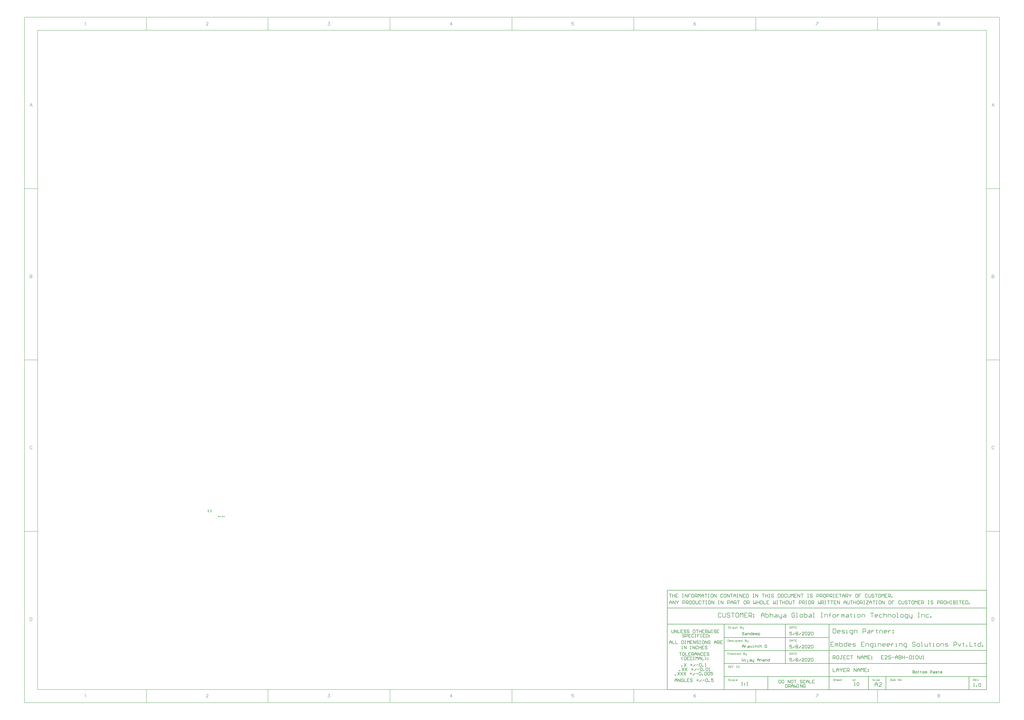
<source format=gbp>
G04 Layer_Color=32896*
%FSLAX44Y44*%
%MOMM*%
G71*
G01*
G75*
%ADD10C,0.2540*%
%ADD13C,0.1270*%
%ADD14C,0.1778*%
%ADD16R,0.6200X0.6200*%
%ADD17R,0.6200X0.6200*%
D10*
X4024122Y-715015D02*
Y-730250D01*
X4031740D01*
X4034279Y-727711D01*
Y-725172D01*
X4031740Y-722633D01*
X4024122D01*
X4031740D01*
X4034279Y-720093D01*
Y-717554D01*
X4031740Y-715015D01*
X4024122D01*
X4041896Y-730250D02*
X4046974D01*
X4049514Y-727711D01*
Y-722633D01*
X4046974Y-720093D01*
X4041896D01*
X4039357Y-722633D01*
Y-727711D01*
X4041896Y-730250D01*
X4057131Y-717554D02*
Y-720093D01*
X4054592D01*
X4059670D01*
X4057131D01*
Y-727711D01*
X4059670Y-730250D01*
X4069827Y-717554D02*
Y-720093D01*
X4067288D01*
X4072366D01*
X4069827D01*
Y-727711D01*
X4072366Y-730250D01*
X4082523D02*
X4087602D01*
X4090141Y-727711D01*
Y-722633D01*
X4087602Y-720093D01*
X4082523D01*
X4079984Y-722633D01*
Y-727711D01*
X4082523Y-730250D01*
X4095219D02*
Y-720093D01*
X4097758D01*
X4100297Y-722633D01*
Y-730250D01*
Y-722633D01*
X4102837Y-720093D01*
X4105376Y-722633D01*
Y-730250D01*
X4125689D02*
Y-715015D01*
X4133307D01*
X4135846Y-717554D01*
Y-722633D01*
X4133307Y-725172D01*
X4125689D01*
X4143463Y-720093D02*
X4148542D01*
X4151081Y-722633D01*
Y-730250D01*
X4143463D01*
X4140924Y-727711D01*
X4143463Y-725172D01*
X4151081D01*
X4156159Y-730250D02*
X4163777D01*
X4166316Y-727711D01*
X4163777Y-725172D01*
X4158698D01*
X4156159Y-722633D01*
X4158698Y-720093D01*
X4166316D01*
X4173933Y-717554D02*
Y-720093D01*
X4171394D01*
X4176473D01*
X4173933D01*
Y-727711D01*
X4176473Y-730250D01*
X4191708D02*
X4186629D01*
X4184090Y-727711D01*
Y-722633D01*
X4186629Y-720093D01*
X4191708D01*
X4194247Y-722633D01*
Y-725172D01*
X4184090D01*
X3537458Y-597662D02*
X4451858D01*
X3181858Y-826262D02*
Y-750062D01*
X3283458Y-673862D02*
Y-445262D01*
X2927858Y-750062D02*
X3537458D01*
X2927858Y-673862D02*
X3537458D01*
X2927858Y-598932D02*
X3533648D01*
X2927858Y-522732D02*
X3533648D01*
X4350258Y-826262D02*
Y-750062D01*
X3867658Y-826262D02*
Y-750062D01*
X3537458D02*
X4451858D01*
X3766058Y-826262D02*
Y-750062D01*
X2927858Y-826262D02*
Y-445262D01*
X4451858Y-826262D02*
Y-445262D01*
X2927858D02*
X4451858D01*
X3537458Y-826262D02*
Y-445262D01*
X2597658D02*
X2927858D01*
X2597658Y-826262D02*
Y-445262D01*
Y-826262D02*
X2927858D01*
X2597658Y-445262D02*
Y-247230D01*
X4451858D01*
Y-445262D02*
Y-247230D01*
X2597658Y-351282D02*
X4450588D01*
X3537458Y-673862D02*
X4450516D01*
X2927858Y-826262D02*
X4451858D01*
X2911258Y-383654D02*
X2907026Y-379422D01*
X2898562D01*
X2894330Y-383654D01*
Y-400582D01*
X2898562Y-404814D01*
X2907026D01*
X2911258Y-400582D01*
X2919722Y-379422D02*
Y-400582D01*
X2923954Y-404814D01*
X2932418D01*
X2936650Y-400582D01*
Y-379422D01*
X2962041Y-383654D02*
X2957809Y-379422D01*
X2949346D01*
X2945114Y-383654D01*
Y-387886D01*
X2949346Y-392118D01*
X2957809D01*
X2962041Y-396350D01*
Y-400582D01*
X2957809Y-404814D01*
X2949346D01*
X2945114Y-400582D01*
X2970505Y-379422D02*
X2987433D01*
X2978969D01*
Y-404814D01*
X3008593Y-379422D02*
X3000129D01*
X2995897Y-383654D01*
Y-400582D01*
X3000129Y-404814D01*
X3008593D01*
X3012825Y-400582D01*
Y-383654D01*
X3008593Y-379422D01*
X3021289Y-404814D02*
Y-379422D01*
X3029753Y-387886D01*
X3038217Y-379422D01*
Y-404814D01*
X3063609Y-379422D02*
X3046681D01*
Y-404814D01*
X3063609D01*
X3046681Y-392118D02*
X3055145D01*
X3072072Y-404814D02*
Y-379422D01*
X3084768D01*
X3089001Y-383654D01*
Y-392118D01*
X3084768Y-396350D01*
X3072072D01*
X3080536D02*
X3089001Y-404814D01*
X3097464Y-387886D02*
X3101696D01*
Y-392118D01*
X3097464D01*
Y-387886D01*
Y-400582D02*
X3101696D01*
Y-404814D01*
X3097464D01*
Y-400582D01*
X3144016Y-404814D02*
Y-387886D01*
X3152480Y-379422D01*
X3160944Y-387886D01*
Y-404814D01*
Y-392118D01*
X3144016D01*
X3169408Y-379422D02*
Y-404814D01*
X3182104D01*
X3186335Y-400582D01*
Y-396350D01*
Y-392118D01*
X3182104Y-387886D01*
X3169408D01*
X3194799Y-379422D02*
Y-404814D01*
Y-392118D01*
X3199031Y-387886D01*
X3207495D01*
X3211727Y-392118D01*
Y-404814D01*
X3224423Y-387886D02*
X3232887D01*
X3237119Y-392118D01*
Y-404814D01*
X3224423D01*
X3220191Y-400582D01*
X3224423Y-396350D01*
X3237119D01*
X3245583Y-387886D02*
Y-400582D01*
X3249815Y-404814D01*
X3262511D01*
Y-409046D01*
X3258279Y-413278D01*
X3254047D01*
X3262511Y-404814D02*
Y-387886D01*
X3275207D02*
X3283671D01*
X3287903Y-392118D01*
Y-404814D01*
X3275207D01*
X3270975Y-400582D01*
X3275207Y-396350D01*
X3287903D01*
X3338687Y-383654D02*
X3334454Y-379422D01*
X3325991D01*
X3321759Y-383654D01*
Y-400582D01*
X3325991Y-404814D01*
X3334454D01*
X3338687Y-400582D01*
Y-392118D01*
X3330222D01*
X3347150Y-404814D02*
X3355614D01*
X3351382D01*
Y-379422D01*
X3347150D01*
X3372542Y-404814D02*
X3381006D01*
X3385238Y-400582D01*
Y-392118D01*
X3381006Y-387886D01*
X3372542D01*
X3368310Y-392118D01*
Y-400582D01*
X3372542Y-404814D01*
X3393702Y-379422D02*
Y-404814D01*
X3406398D01*
X3410630Y-400582D01*
Y-396350D01*
Y-392118D01*
X3406398Y-387886D01*
X3393702D01*
X3423326D02*
X3431790D01*
X3436022Y-392118D01*
Y-404814D01*
X3423326D01*
X3419094Y-400582D01*
X3423326Y-396350D01*
X3436022D01*
X3444485Y-404814D02*
X3452950D01*
X3448718D01*
Y-379422D01*
X3444485D01*
X3491037D02*
X3499501D01*
X3495269D01*
Y-404814D01*
X3491037D01*
X3499501D01*
X3512197D02*
Y-387886D01*
X3524893D01*
X3529125Y-392118D01*
Y-404814D01*
X3541821D02*
Y-383654D01*
Y-392118D01*
X3537589D01*
X3546053D01*
X3541821D01*
Y-383654D01*
X3546053Y-379422D01*
X3562981Y-404814D02*
X3571444D01*
X3575677Y-400582D01*
Y-392118D01*
X3571444Y-387886D01*
X3562981D01*
X3558748Y-392118D01*
Y-400582D01*
X3562981Y-404814D01*
X3584140Y-387886D02*
Y-404814D01*
Y-396350D01*
X3588372Y-392118D01*
X3592604Y-387886D01*
X3596836D01*
X3609532Y-404814D02*
Y-387886D01*
X3613764D01*
X3617996Y-392118D01*
Y-404814D01*
Y-392118D01*
X3622228Y-387886D01*
X3626460Y-392118D01*
Y-404814D01*
X3639156Y-387886D02*
X3647620D01*
X3651852Y-392118D01*
Y-404814D01*
X3639156D01*
X3634924Y-400582D01*
X3639156Y-396350D01*
X3651852D01*
X3664548Y-383654D02*
Y-387886D01*
X3660316D01*
X3668780D01*
X3664548D01*
Y-400582D01*
X3668780Y-404814D01*
X3681476D02*
X3689940D01*
X3685708D01*
Y-387886D01*
X3681476D01*
X3706867Y-404814D02*
X3715331D01*
X3719563Y-400582D01*
Y-392118D01*
X3715331Y-387886D01*
X3706867D01*
X3702635Y-392118D01*
Y-400582D01*
X3706867Y-404814D01*
X3728027D02*
Y-387886D01*
X3740723D01*
X3744955Y-392118D01*
Y-404814D01*
X3778811Y-379422D02*
X3795739D01*
X3787275D01*
Y-404814D01*
X3816898D02*
X3808434D01*
X3804203Y-400582D01*
Y-392118D01*
X3808434Y-387886D01*
X3816898D01*
X3821130Y-392118D01*
Y-396350D01*
X3804203D01*
X3846522Y-387886D02*
X3833826D01*
X3829594Y-392118D01*
Y-400582D01*
X3833826Y-404814D01*
X3846522D01*
X3854986Y-379422D02*
Y-404814D01*
Y-392118D01*
X3859218Y-387886D01*
X3867682D01*
X3871914Y-392118D01*
Y-404814D01*
X3880378D02*
Y-387886D01*
X3893074D01*
X3897306Y-392118D01*
Y-404814D01*
X3910002D02*
X3918466D01*
X3922698Y-400582D01*
Y-392118D01*
X3918466Y-387886D01*
X3910002D01*
X3905770Y-392118D01*
Y-400582D01*
X3910002Y-404814D01*
X3931161D02*
X3939626D01*
X3935394D01*
Y-379422D01*
X3931161D01*
X3956553Y-404814D02*
X3965017D01*
X3969249Y-400582D01*
Y-392118D01*
X3965017Y-387886D01*
X3956553D01*
X3952321Y-392118D01*
Y-400582D01*
X3956553Y-404814D01*
X3986177Y-413278D02*
X3990409D01*
X3994641Y-409046D01*
Y-387886D01*
X3981945D01*
X3977713Y-392118D01*
Y-400582D01*
X3981945Y-404814D01*
X3994641D01*
X4003105Y-387886D02*
Y-400582D01*
X4007337Y-404814D01*
X4020033D01*
Y-409046D01*
X4015801Y-413278D01*
X4011569D01*
X4020033Y-404814D02*
Y-387886D01*
X4053889Y-379422D02*
X4062353D01*
X4058121D01*
Y-404814D01*
X4053889D01*
X4062353D01*
X4075049D02*
Y-387886D01*
X4087744D01*
X4091976Y-392118D01*
Y-404814D01*
X4117368Y-387886D02*
X4104672D01*
X4100440Y-392118D01*
Y-400582D01*
X4104672Y-404814D01*
X4117368D01*
X4125832D02*
Y-400582D01*
X4130064D01*
Y-404814D01*
X4125832D01*
X2642870Y-780034D02*
Y-768185D01*
X2648795Y-762260D01*
X2654720Y-768185D01*
Y-780034D01*
Y-771147D01*
X2642870D01*
X2660644Y-780034D02*
Y-762260D01*
X2672494Y-780034D01*
Y-762260D01*
X2690268Y-765222D02*
X2687306Y-762260D01*
X2681381D01*
X2678419Y-765222D01*
Y-777072D01*
X2681381Y-780034D01*
X2687306D01*
X2690268Y-777072D01*
Y-771147D01*
X2684343D01*
X2696193Y-762260D02*
Y-780034D01*
X2708042D01*
X2725817Y-762260D02*
X2713967D01*
Y-780034D01*
X2725817D01*
X2713967Y-771147D02*
X2719892D01*
X2743591Y-765222D02*
X2740628Y-762260D01*
X2734704D01*
X2731741Y-765222D01*
Y-768185D01*
X2734704Y-771147D01*
X2740628D01*
X2743591Y-774109D01*
Y-777072D01*
X2740628Y-780034D01*
X2734704D01*
X2731741Y-777072D01*
X2767290Y-771147D02*
X2779139D01*
X2773215Y-765222D02*
Y-777072D01*
X2785064Y-780034D02*
X2796913Y-768185D01*
X2802838Y-771147D02*
X2814688D01*
X2820612Y-765222D02*
X2823575Y-762260D01*
X2829500D01*
X2832462Y-765222D01*
Y-777072D01*
X2829500Y-780034D01*
X2823575D01*
X2820612Y-777072D01*
Y-765222D01*
X2838387Y-780034D02*
Y-777072D01*
X2841349D01*
Y-780034D01*
X2838387D01*
X2865048Y-762260D02*
X2853199D01*
Y-771147D01*
X2859124Y-768185D01*
X2862086D01*
X2865048Y-771147D01*
Y-777072D01*
X2862086Y-780034D01*
X2856161D01*
X2853199Y-777072D01*
X2642870Y-741934D02*
Y-738972D01*
X2645833D01*
Y-741934D01*
X2642870D01*
X2657682Y-724160D02*
X2669531Y-741934D01*
Y-724160D02*
X2657682Y-741934D01*
X2675456Y-724160D02*
X2687306Y-741934D01*
Y-724160D02*
X2675456Y-741934D01*
X2693230Y-724160D02*
X2705080Y-741934D01*
Y-724160D02*
X2693230Y-741934D01*
X2728779Y-733047D02*
X2740628D01*
X2734704Y-727122D02*
Y-738972D01*
X2746553Y-741934D02*
X2758403Y-730085D01*
X2764327Y-733047D02*
X2776177D01*
X2782102Y-727122D02*
X2785064Y-724160D01*
X2790989D01*
X2793951Y-727122D01*
Y-738972D01*
X2790989Y-741934D01*
X2785064D01*
X2782102Y-738972D01*
Y-727122D01*
X2799876Y-741934D02*
Y-738972D01*
X2802838D01*
Y-741934D01*
X2799876D01*
X2814688Y-727122D02*
X2817650Y-724160D01*
X2823575D01*
X2826537Y-727122D01*
Y-738972D01*
X2823575Y-741934D01*
X2817650D01*
X2814688Y-738972D01*
Y-727122D01*
X2832462D02*
X2835424Y-724160D01*
X2841349D01*
X2844312Y-727122D01*
Y-738972D01*
X2841349Y-741934D01*
X2835424D01*
X2832462Y-738972D01*
Y-727122D01*
X2862086Y-724160D02*
X2850237D01*
Y-733047D01*
X2856161Y-730085D01*
X2859124D01*
X2862086Y-733047D01*
Y-738972D01*
X2859124Y-741934D01*
X2853199D01*
X2850237Y-738972D01*
X2668270Y-716534D02*
Y-713572D01*
X2671232D01*
Y-716534D01*
X2668270D01*
X2683082Y-698760D02*
X2694931Y-716534D01*
Y-698760D02*
X2683082Y-716534D01*
X2700856Y-698760D02*
X2712706Y-716534D01*
Y-698760D02*
X2700856Y-716534D01*
X2736405Y-707647D02*
X2748254D01*
X2742329Y-701722D02*
Y-713572D01*
X2754179Y-716534D02*
X2766028Y-704685D01*
X2771953Y-707647D02*
X2783803D01*
X2789727Y-701722D02*
X2792690Y-698760D01*
X2798615D01*
X2801577Y-701722D01*
Y-713572D01*
X2798615Y-716534D01*
X2792690D01*
X2789727Y-713572D01*
Y-701722D01*
X2807502Y-716534D02*
Y-713572D01*
X2810464D01*
Y-716534D01*
X2807502D01*
X2822314Y-701722D02*
X2825276Y-698760D01*
X2831201D01*
X2834163Y-701722D01*
Y-713572D01*
X2831201Y-716534D01*
X2825276D01*
X2822314Y-713572D01*
Y-701722D01*
X2840088Y-716534D02*
X2846013D01*
X2843050D01*
Y-698760D01*
X2840088Y-701722D01*
X2680970Y-691134D02*
Y-688172D01*
X2683932D01*
Y-691134D01*
X2680970D01*
X2695782Y-673360D02*
X2707632Y-691134D01*
Y-673360D02*
X2695782Y-691134D01*
X2731330Y-682247D02*
X2743180D01*
X2737255Y-676322D02*
Y-688172D01*
X2749105Y-691134D02*
X2760954Y-679285D01*
X2766879Y-682247D02*
X2778728D01*
X2784653Y-676322D02*
X2787616Y-673360D01*
X2793540D01*
X2796503Y-676322D01*
Y-688172D01*
X2793540Y-691134D01*
X2787616D01*
X2784653Y-688172D01*
Y-676322D01*
X2802427Y-691134D02*
Y-688172D01*
X2805390D01*
Y-691134D01*
X2802427D01*
X2817239D02*
X2823164D01*
X2820202D01*
Y-673360D01*
X2817239Y-676322D01*
X2686895Y-653034D02*
X2680970Y-647109D01*
Y-641184D01*
X2686895Y-635260D01*
X2695782D02*
Y-653034D01*
X2704669D01*
X2707632Y-650072D01*
Y-638222D01*
X2704669Y-635260D01*
X2695782D01*
X2725406D02*
X2713556D01*
Y-653034D01*
X2725406D01*
X2713556Y-644147D02*
X2719481D01*
X2743180Y-638222D02*
X2740218Y-635260D01*
X2734293D01*
X2731330Y-638222D01*
Y-650072D01*
X2734293Y-653034D01*
X2740218D01*
X2743180Y-650072D01*
X2749105Y-635260D02*
X2755029D01*
X2752067D01*
Y-653034D01*
X2749105D01*
X2755029D01*
X2763917D02*
Y-635260D01*
X2769841Y-641184D01*
X2775766Y-635260D01*
Y-653034D01*
X2781691D02*
Y-641184D01*
X2787616Y-635260D01*
X2793540Y-641184D01*
Y-653034D01*
Y-644147D01*
X2781691D01*
X2799465Y-635260D02*
Y-653034D01*
X2811315D01*
X2817239D02*
X2823164Y-647109D01*
Y-641184D01*
X2817239Y-635260D01*
X2832051Y-641184D02*
X2835014D01*
Y-644147D01*
X2832051D01*
Y-641184D01*
Y-650072D02*
X2835014D01*
Y-653034D01*
X2832051D01*
Y-650072D01*
X2668270Y-609860D02*
X2680120D01*
X2674195D01*
Y-627634D01*
X2694931Y-609860D02*
X2689007D01*
X2686044Y-612822D01*
Y-624672D01*
X2689007Y-627634D01*
X2694931D01*
X2697894Y-624672D01*
Y-612822D01*
X2694931Y-609860D01*
X2703818D02*
Y-627634D01*
X2715668D01*
X2733442Y-609860D02*
X2721593D01*
Y-627634D01*
X2733442D01*
X2721593Y-618747D02*
X2727517D01*
X2739367Y-627634D02*
Y-609860D01*
X2748254D01*
X2751216Y-612822D01*
Y-618747D01*
X2748254Y-621709D01*
X2739367D01*
X2745292D02*
X2751216Y-627634D01*
X2757141D02*
Y-615784D01*
X2763066Y-609860D01*
X2768991Y-615784D01*
Y-627634D01*
Y-618747D01*
X2757141D01*
X2774915Y-627634D02*
Y-609860D01*
X2786765Y-627634D01*
Y-609860D01*
X2804539Y-612822D02*
X2801577Y-609860D01*
X2795652D01*
X2792690Y-612822D01*
Y-624672D01*
X2795652Y-627634D01*
X2801577D01*
X2804539Y-624672D01*
X2822314Y-609860D02*
X2810464D01*
Y-627634D01*
X2822314D01*
X2810464Y-618747D02*
X2816389D01*
X2840088Y-612822D02*
X2837126Y-609860D01*
X2831201D01*
X2828238Y-612822D01*
Y-615784D01*
X2831201Y-618747D01*
X2837126D01*
X2840088Y-621709D01*
Y-624672D01*
X2837126Y-627634D01*
X2831201D01*
X2828238Y-624672D01*
X2680970Y-571760D02*
X2686895D01*
X2683932D01*
Y-589534D01*
X2680970D01*
X2686895D01*
X2695782D02*
Y-571760D01*
X2707632Y-589534D01*
Y-571760D01*
X2731330D02*
X2737255D01*
X2734293D01*
Y-589534D01*
X2731330D01*
X2737255D01*
X2746142D02*
Y-571760D01*
X2757992Y-589534D01*
Y-571760D01*
X2775766Y-574722D02*
X2772804Y-571760D01*
X2766879D01*
X2763917Y-574722D01*
Y-586572D01*
X2766879Y-589534D01*
X2772804D01*
X2775766Y-586572D01*
X2781691Y-571760D02*
Y-589534D01*
Y-580647D01*
X2793540D01*
Y-571760D01*
Y-589534D01*
X2811315Y-571760D02*
X2799465D01*
Y-589534D01*
X2811315D01*
X2799465Y-580647D02*
X2805390D01*
X2829089Y-574722D02*
X2826126Y-571760D01*
X2820202D01*
X2817239Y-574722D01*
Y-577685D01*
X2820202Y-580647D01*
X2826126D01*
X2829089Y-583609D01*
Y-586572D01*
X2826126Y-589534D01*
X2820202D01*
X2817239Y-586572D01*
X2610358Y-559562D02*
Y-547713D01*
X2616283Y-541788D01*
X2622208Y-547713D01*
Y-559562D01*
Y-550675D01*
X2610358D01*
X2628132Y-541788D02*
Y-559562D01*
X2639982D01*
X2645906Y-541788D02*
Y-559562D01*
X2657756D01*
X2681455Y-541788D02*
Y-559562D01*
X2690342D01*
X2693304Y-556600D01*
Y-544750D01*
X2690342Y-541788D01*
X2681455D01*
X2699229D02*
X2705154D01*
X2702192D01*
Y-559562D01*
X2699229D01*
X2705154D01*
X2714041D02*
Y-541788D01*
X2719966Y-547713D01*
X2725891Y-541788D01*
Y-559562D01*
X2743665Y-541788D02*
X2731815D01*
Y-559562D01*
X2743665D01*
X2731815Y-550675D02*
X2737740D01*
X2749590Y-559562D02*
Y-541788D01*
X2761439Y-559562D01*
Y-541788D01*
X2779214Y-544750D02*
X2776251Y-541788D01*
X2770326D01*
X2767364Y-544750D01*
Y-547713D01*
X2770326Y-550675D01*
X2776251D01*
X2779214Y-553637D01*
Y-556600D01*
X2776251Y-559562D01*
X2770326D01*
X2767364Y-556600D01*
X2785138Y-541788D02*
X2791063D01*
X2788101D01*
Y-559562D01*
X2785138D01*
X2791063D01*
X2808837Y-541788D02*
X2802913D01*
X2799950Y-544750D01*
Y-556600D01*
X2802913Y-559562D01*
X2808837D01*
X2811800Y-556600D01*
Y-544750D01*
X2808837Y-541788D01*
X2817724Y-559562D02*
Y-541788D01*
X2829574Y-559562D01*
Y-541788D01*
X2847348Y-544750D02*
X2844386Y-541788D01*
X2838461D01*
X2835499Y-544750D01*
Y-547713D01*
X2838461Y-550675D01*
X2844386D01*
X2847348Y-553637D01*
Y-556600D01*
X2844386Y-559562D01*
X2838461D01*
X2835499Y-556600D01*
X2871047Y-559562D02*
Y-547713D01*
X2876972Y-541788D01*
X2882897Y-547713D01*
Y-559562D01*
Y-550675D01*
X2871047D01*
X2888821Y-559562D02*
Y-541788D01*
X2897708D01*
X2900671Y-544750D01*
Y-550675D01*
X2897708Y-553637D01*
X2888821D01*
X2894746D02*
X2900671Y-559562D01*
X2918445Y-541788D02*
X2906596D01*
Y-559562D01*
X2918445D01*
X2906596Y-550675D02*
X2912520D01*
X2698408Y-506650D02*
X2695445Y-503688D01*
X2689520D01*
X2686558Y-506650D01*
Y-509613D01*
X2689520Y-512575D01*
X2695445D01*
X2698408Y-515537D01*
Y-518500D01*
X2695445Y-521462D01*
X2689520D01*
X2686558Y-518500D01*
X2704332Y-521462D02*
Y-503688D01*
X2713219D01*
X2716182Y-506650D01*
Y-512575D01*
X2713219Y-515537D01*
X2704332D01*
X2733956Y-503688D02*
X2722107D01*
Y-521462D01*
X2733956D01*
X2722107Y-512575D02*
X2728031D01*
X2751730Y-506650D02*
X2748768Y-503688D01*
X2742843D01*
X2739881Y-506650D01*
Y-518500D01*
X2742843Y-521462D01*
X2748768D01*
X2751730Y-518500D01*
X2757655Y-503688D02*
X2763580D01*
X2760617D01*
Y-521462D01*
X2757655D01*
X2763580D01*
X2784316Y-503688D02*
X2772467D01*
Y-512575D01*
X2778392D01*
X2772467D01*
Y-521462D01*
X2790241Y-503688D02*
X2796166D01*
X2793204D01*
Y-521462D01*
X2790241D01*
X2796166D01*
X2816902Y-503688D02*
X2805053D01*
Y-521462D01*
X2816902D01*
X2805053Y-512575D02*
X2810978D01*
X2822827Y-503688D02*
Y-521462D01*
X2831714D01*
X2834677Y-518500D01*
Y-506650D01*
X2831714Y-503688D01*
X2822827D01*
X2840602Y-509613D02*
X2843564D01*
Y-512575D01*
X2840602D01*
Y-509613D01*
Y-518500D02*
X2843564D01*
Y-521462D01*
X2840602D01*
Y-518500D01*
X2623058Y-478288D02*
Y-493100D01*
X2626021Y-496062D01*
X2631945D01*
X2634908Y-493100D01*
Y-478288D01*
X2640832Y-496062D02*
Y-478288D01*
X2652682Y-496062D01*
Y-478288D01*
X2658607D02*
Y-496062D01*
X2670456D01*
X2688230Y-478288D02*
X2676381D01*
Y-496062D01*
X2688230D01*
X2676381Y-487175D02*
X2682306D01*
X2706005Y-481250D02*
X2703042Y-478288D01*
X2697117D01*
X2694155Y-481250D01*
Y-484212D01*
X2697117Y-487175D01*
X2703042D01*
X2706005Y-490137D01*
Y-493100D01*
X2703042Y-496062D01*
X2697117D01*
X2694155Y-493100D01*
X2723779Y-481250D02*
X2720816Y-478288D01*
X2714892D01*
X2711929Y-481250D01*
Y-484212D01*
X2714892Y-487175D01*
X2720816D01*
X2723779Y-490137D01*
Y-493100D01*
X2720816Y-496062D01*
X2714892D01*
X2711929Y-493100D01*
X2756365Y-478288D02*
X2750440D01*
X2747478Y-481250D01*
Y-493100D01*
X2750440Y-496062D01*
X2756365D01*
X2759327Y-493100D01*
Y-481250D01*
X2756365Y-478288D01*
X2765252D02*
X2777102D01*
X2771177D01*
Y-496062D01*
X2783026Y-478288D02*
Y-496062D01*
Y-487175D01*
X2794876D01*
Y-478288D01*
Y-496062D01*
X2812650Y-478288D02*
X2800800D01*
Y-496062D01*
X2812650D01*
X2800800Y-487175D02*
X2806725D01*
X2818575Y-496062D02*
Y-478288D01*
X2827462D01*
X2830424Y-481250D01*
Y-487175D01*
X2827462Y-490137D01*
X2818575D01*
X2824500D02*
X2830424Y-496062D01*
X2836349Y-478288D02*
Y-496062D01*
X2842274Y-490137D01*
X2848199Y-496062D01*
Y-478288D01*
X2854124D02*
X2860048D01*
X2857086D01*
Y-496062D01*
X2854124D01*
X2860048D01*
X2880785Y-481250D02*
X2877822Y-478288D01*
X2871898D01*
X2868935Y-481250D01*
Y-484212D01*
X2871898Y-487175D01*
X2877822D01*
X2880785Y-490137D01*
Y-493100D01*
X2877822Y-496062D01*
X2871898D01*
X2868935Y-493100D01*
X2898559Y-478288D02*
X2886710D01*
Y-496062D01*
X2898559D01*
X2886710Y-487175D02*
X2892634D01*
X4376928Y-807212D02*
X4382853D01*
X4379890D01*
Y-789438D01*
X4376928Y-792400D01*
X4391740Y-807212D02*
Y-804250D01*
X4394702D01*
Y-807212D01*
X4391740D01*
X4406552Y-792400D02*
X4409514Y-789438D01*
X4415439D01*
X4418401Y-792400D01*
Y-804250D01*
X4415439Y-807212D01*
X4409514D01*
X4406552Y-804250D01*
Y-792400D01*
X3320707Y-643388D02*
X3308858D01*
Y-652275D01*
X3314783Y-649313D01*
X3317745D01*
X3320707Y-652275D01*
Y-658200D01*
X3317745Y-661162D01*
X3311820D01*
X3308858Y-658200D01*
X3326632Y-661162D02*
X3338482Y-649313D01*
X3344406Y-646350D02*
X3347369Y-643388D01*
X3353293D01*
X3356256Y-646350D01*
Y-649313D01*
X3353293Y-652275D01*
X3356256Y-655237D01*
Y-658200D01*
X3353293Y-661162D01*
X3347369D01*
X3344406Y-658200D01*
Y-655237D01*
X3347369Y-652275D01*
X3344406Y-649313D01*
Y-646350D01*
X3347369Y-652275D02*
X3353293D01*
X3362181Y-661162D02*
X3374030Y-649313D01*
X3391805Y-661162D02*
X3379955D01*
X3391805Y-649313D01*
Y-646350D01*
X3388842Y-643388D01*
X3382917D01*
X3379955Y-646350D01*
X3397729D02*
X3400692Y-643388D01*
X3406617D01*
X3409579Y-646350D01*
Y-658200D01*
X3406617Y-661162D01*
X3400692D01*
X3397729Y-658200D01*
Y-646350D01*
X3427353Y-661162D02*
X3415504D01*
X3427353Y-649313D01*
Y-646350D01*
X3424391Y-643388D01*
X3418466D01*
X3415504Y-646350D01*
X3433278D02*
X3436240Y-643388D01*
X3442165D01*
X3445127Y-646350D01*
Y-658200D01*
X3442165Y-661162D01*
X3436240D01*
X3433278Y-658200D01*
Y-646350D01*
X3320707Y-567188D02*
X3308858D01*
Y-576075D01*
X3314783Y-573112D01*
X3317745D01*
X3320707Y-576075D01*
Y-582000D01*
X3317745Y-584962D01*
X3311820D01*
X3308858Y-582000D01*
X3326632Y-584962D02*
X3338482Y-573112D01*
X3344406Y-570150D02*
X3347369Y-567188D01*
X3353293D01*
X3356256Y-570150D01*
Y-573112D01*
X3353293Y-576075D01*
X3356256Y-579037D01*
Y-582000D01*
X3353293Y-584962D01*
X3347369D01*
X3344406Y-582000D01*
Y-579037D01*
X3347369Y-576075D01*
X3344406Y-573112D01*
Y-570150D01*
X3347369Y-576075D02*
X3353293D01*
X3362181Y-584962D02*
X3374030Y-573112D01*
X3391805Y-584962D02*
X3379955D01*
X3391805Y-573112D01*
Y-570150D01*
X3388842Y-567188D01*
X3382917D01*
X3379955Y-570150D01*
X3397729D02*
X3400692Y-567188D01*
X3406617D01*
X3409579Y-570150D01*
Y-582000D01*
X3406617Y-584962D01*
X3400692D01*
X3397729Y-582000D01*
Y-570150D01*
X3427353Y-584962D02*
X3415504D01*
X3427353Y-573112D01*
Y-570150D01*
X3424391Y-567188D01*
X3418466D01*
X3415504Y-570150D01*
X3433278D02*
X3436240Y-567188D01*
X3442165D01*
X3445127Y-570150D01*
Y-582000D01*
X3442165Y-584962D01*
X3436240D01*
X3433278Y-582000D01*
Y-570150D01*
X3320707Y-490988D02*
X3308858D01*
Y-499875D01*
X3314783Y-496912D01*
X3317745D01*
X3320707Y-499875D01*
Y-505800D01*
X3317745Y-508762D01*
X3311820D01*
X3308858Y-505800D01*
X3326632Y-508762D02*
X3338482Y-496912D01*
X3344406Y-493950D02*
X3347369Y-490988D01*
X3353293D01*
X3356256Y-493950D01*
Y-496912D01*
X3353293Y-499875D01*
X3356256Y-502837D01*
Y-505800D01*
X3353293Y-508762D01*
X3347369D01*
X3344406Y-505800D01*
Y-502837D01*
X3347369Y-499875D01*
X3344406Y-496912D01*
Y-493950D01*
X3347369Y-499875D02*
X3353293D01*
X3362181Y-508762D02*
X3374030Y-496912D01*
X3391805Y-508762D02*
X3379955D01*
X3391805Y-496912D01*
Y-493950D01*
X3388842Y-490988D01*
X3382917D01*
X3379955Y-493950D01*
X3397729D02*
X3400692Y-490988D01*
X3406617D01*
X3409579Y-493950D01*
Y-505800D01*
X3406617Y-508762D01*
X3400692D01*
X3397729Y-505800D01*
Y-493950D01*
X3427353Y-508762D02*
X3415504D01*
X3427353Y-496912D01*
Y-493950D01*
X3424391Y-490988D01*
X3418466D01*
X3415504Y-493950D01*
X3433278D02*
X3436240Y-490988D01*
X3442165D01*
X3445127Y-493950D01*
Y-505800D01*
X3442165Y-508762D01*
X3436240D01*
X3433278Y-505800D01*
Y-493950D01*
X3804158Y-807212D02*
Y-791977D01*
X3811776Y-784359D01*
X3819393Y-791977D01*
Y-807212D01*
Y-795786D01*
X3804158D01*
X3842246Y-807212D02*
X3827010D01*
X3842246Y-791977D01*
Y-788168D01*
X3838437Y-784359D01*
X3830819D01*
X3827010Y-788168D01*
X3029458Y-800862D02*
X3035383D01*
X3032420D01*
Y-783088D01*
X3029458Y-786050D01*
X3044270Y-789013D02*
X3047232D01*
Y-791975D01*
X3044270D01*
Y-789013D01*
Y-797900D02*
X3047232D01*
Y-800862D01*
X3044270D01*
Y-797900D01*
X3059082Y-800862D02*
X3065006D01*
X3062044D01*
Y-783088D01*
X3059082Y-786050D01*
X3245358Y-770388D02*
Y-788162D01*
X3254245D01*
X3257208Y-785200D01*
Y-773350D01*
X3254245Y-770388D01*
X3245358D01*
X3272019D02*
X3266095D01*
X3263132Y-773350D01*
Y-785200D01*
X3266095Y-788162D01*
X3272019D01*
X3274982Y-785200D01*
Y-773350D01*
X3272019Y-770388D01*
X3298681Y-788162D02*
Y-770388D01*
X3310530Y-788162D01*
Y-770388D01*
X3325342D02*
X3319417D01*
X3316455Y-773350D01*
Y-785200D01*
X3319417Y-788162D01*
X3325342D01*
X3328304Y-785200D01*
Y-773350D01*
X3325342Y-770388D01*
X3334229D02*
X3346079D01*
X3340154D01*
Y-788162D01*
X3381627Y-773350D02*
X3378665Y-770388D01*
X3372740D01*
X3369778Y-773350D01*
Y-776312D01*
X3372740Y-779275D01*
X3378665D01*
X3381627Y-782237D01*
Y-785200D01*
X3378665Y-788162D01*
X3372740D01*
X3369778Y-785200D01*
X3399402Y-773350D02*
X3396439Y-770388D01*
X3390515D01*
X3387552Y-773350D01*
Y-785200D01*
X3390515Y-788162D01*
X3396439D01*
X3399402Y-785200D01*
X3405326Y-788162D02*
Y-776312D01*
X3411251Y-770388D01*
X3417176Y-776312D01*
Y-788162D01*
Y-779275D01*
X3405326D01*
X3423101Y-770388D02*
Y-788162D01*
X3434950D01*
X3452724Y-770388D02*
X3440875D01*
Y-788162D01*
X3452724D01*
X3440875Y-779275D02*
X3446800D01*
X3283458Y-795788D02*
Y-813562D01*
X3292345D01*
X3295308Y-810600D01*
Y-798750D01*
X3292345Y-795788D01*
X3283458D01*
X3301232Y-813562D02*
Y-795788D01*
X3310119D01*
X3313082Y-798750D01*
Y-804675D01*
X3310119Y-807637D01*
X3301232D01*
X3307157D02*
X3313082Y-813562D01*
X3319006D02*
Y-801712D01*
X3324931Y-795788D01*
X3330856Y-801712D01*
Y-813562D01*
Y-804675D01*
X3319006D01*
X3336781Y-795788D02*
Y-813562D01*
X3342705Y-807637D01*
X3348630Y-813562D01*
Y-795788D01*
X3354555D02*
X3360480D01*
X3357517D01*
Y-813562D01*
X3354555D01*
X3360480D01*
X3369367D02*
Y-795788D01*
X3381216Y-813562D01*
Y-795788D01*
X3398991Y-798750D02*
X3396028Y-795788D01*
X3390103D01*
X3387141Y-798750D01*
Y-810600D01*
X3390103Y-813562D01*
X3396028D01*
X3398991Y-810600D01*
Y-804675D01*
X3393066D01*
X3560318Y-701101D02*
Y-721414D01*
X3573860D01*
X3580631D02*
Y-707872D01*
X3587403Y-701101D01*
X3594174Y-707872D01*
Y-721414D01*
Y-711257D01*
X3580631D01*
X3600945Y-701101D02*
Y-704486D01*
X3607716Y-711257D01*
X3614487Y-704486D01*
Y-701101D01*
X3607716Y-711257D02*
Y-721414D01*
X3634801Y-701101D02*
X3621258D01*
Y-721414D01*
X3634801D01*
X3621258Y-711257D02*
X3628029D01*
X3641572Y-721414D02*
Y-701101D01*
X3651729D01*
X3655114Y-704486D01*
Y-711257D01*
X3651729Y-714643D01*
X3641572D01*
X3648343D02*
X3655114Y-721414D01*
X3682198D02*
Y-701101D01*
X3695741Y-721414D01*
Y-701101D01*
X3702512Y-721414D02*
Y-707872D01*
X3709283Y-701101D01*
X3716054Y-707872D01*
Y-721414D01*
Y-711257D01*
X3702512D01*
X3722825Y-721414D02*
Y-701101D01*
X3729597Y-707872D01*
X3736368Y-701101D01*
Y-721414D01*
X3756681Y-701101D02*
X3743139D01*
Y-721414D01*
X3756681D01*
X3743139Y-711257D02*
X3749910D01*
X3763452Y-707872D02*
X3766838D01*
Y-711257D01*
X3763452D01*
Y-707872D01*
Y-718028D02*
X3766838D01*
Y-721414D01*
X3763452D01*
Y-718028D01*
X3560318Y-471868D02*
Y-497260D01*
X3573014D01*
X3577246Y-493028D01*
Y-476100D01*
X3573014Y-471868D01*
X3560318D01*
X3598406Y-497260D02*
X3589942D01*
X3585710Y-493028D01*
Y-484564D01*
X3589942Y-480332D01*
X3598406D01*
X3602638Y-484564D01*
Y-488796D01*
X3585710D01*
X3611102Y-497260D02*
X3623798D01*
X3628029Y-493028D01*
X3623798Y-488796D01*
X3615334D01*
X3611102Y-484564D01*
X3615334Y-480332D01*
X3628029D01*
X3636494Y-497260D02*
X3644957D01*
X3640725D01*
Y-480332D01*
X3636494D01*
X3666117Y-505724D02*
X3670349D01*
X3674581Y-501492D01*
Y-480332D01*
X3661885D01*
X3657653Y-484564D01*
Y-493028D01*
X3661885Y-497260D01*
X3674581D01*
X3683045D02*
Y-480332D01*
X3695741D01*
X3699973Y-484564D01*
Y-497260D01*
X3733829D02*
Y-471868D01*
X3746524D01*
X3750757Y-476100D01*
Y-484564D01*
X3746524Y-488796D01*
X3733829D01*
X3763452Y-480332D02*
X3771916D01*
X3776148Y-484564D01*
Y-497260D01*
X3763452D01*
X3759220Y-493028D01*
X3763452Y-488796D01*
X3776148D01*
X3784612Y-480332D02*
Y-497260D01*
Y-488796D01*
X3788844Y-484564D01*
X3793076Y-480332D01*
X3797308D01*
X3814236Y-476100D02*
Y-480332D01*
X3810004D01*
X3818468D01*
X3814236D01*
Y-493028D01*
X3818468Y-497260D01*
X3831164D02*
Y-480332D01*
X3843860D01*
X3848092Y-484564D01*
Y-497260D01*
X3869251D02*
X3860788D01*
X3856555Y-493028D01*
Y-484564D01*
X3860788Y-480332D01*
X3869251D01*
X3873484Y-484564D01*
Y-488796D01*
X3856555D01*
X3881947Y-480332D02*
Y-497260D01*
Y-488796D01*
X3886180Y-484564D01*
X3890411Y-480332D01*
X3894643D01*
X3907339D02*
X3911571D01*
Y-484564D01*
X3907339D01*
Y-480332D01*
Y-493028D02*
X3911571D01*
Y-497260D01*
X3907339D01*
Y-493028D01*
X2609154Y-269936D02*
X2621849D01*
X2615502D01*
Y-288980D01*
X2628198Y-269936D02*
Y-288980D01*
Y-279458D01*
X2640893D01*
Y-269936D01*
Y-288980D01*
X2659937Y-269936D02*
X2647242D01*
Y-288980D01*
X2659937D01*
X2647242Y-279458D02*
X2653589D01*
X2685329Y-269936D02*
X2691677D01*
X2688503D01*
Y-288980D01*
X2685329D01*
X2691677D01*
X2701199D02*
Y-269936D01*
X2713895Y-288980D01*
Y-269936D01*
X2732939D02*
X2720243D01*
Y-279458D01*
X2726591D01*
X2720243D01*
Y-288980D01*
X2748809Y-269936D02*
X2742461D01*
X2739286Y-273110D01*
Y-285806D01*
X2742461Y-288980D01*
X2748809D01*
X2751982Y-285806D01*
Y-273110D01*
X2748809Y-269936D01*
X2758330Y-288980D02*
Y-269936D01*
X2767852D01*
X2771026Y-273110D01*
Y-279458D01*
X2767852Y-282632D01*
X2758330D01*
X2764678D02*
X2771026Y-288980D01*
X2777374D02*
Y-269936D01*
X2783722Y-276284D01*
X2790070Y-269936D01*
Y-288980D01*
X2796418D02*
Y-276284D01*
X2802766Y-269936D01*
X2809114Y-276284D01*
Y-288980D01*
Y-279458D01*
X2796418D01*
X2815462Y-269936D02*
X2828158D01*
X2821810D01*
Y-288980D01*
X2834506Y-269936D02*
X2840854D01*
X2837680D01*
Y-288980D01*
X2834506D01*
X2840854D01*
X2859898Y-269936D02*
X2853550D01*
X2850376Y-273110D01*
Y-285806D01*
X2853550Y-288980D01*
X2859898D01*
X2863072Y-285806D01*
Y-273110D01*
X2859898Y-269936D01*
X2869420Y-288980D02*
Y-269936D01*
X2882115Y-288980D01*
Y-269936D01*
X2920203Y-273110D02*
X2917029Y-269936D01*
X2910681D01*
X2907507Y-273110D01*
Y-285806D01*
X2910681Y-288980D01*
X2917029D01*
X2920203Y-285806D01*
X2936073Y-269936D02*
X2929725D01*
X2926551Y-273110D01*
Y-285806D01*
X2929725Y-288980D01*
X2936073D01*
X2939247Y-285806D01*
Y-273110D01*
X2936073Y-269936D01*
X2945595Y-288980D02*
Y-269936D01*
X2958291Y-288980D01*
Y-269936D01*
X2964639D02*
X2977335D01*
X2970987D01*
Y-288980D01*
X2983683D02*
Y-276284D01*
X2990031Y-269936D01*
X2996378Y-276284D01*
Y-288980D01*
Y-279458D01*
X2983683D01*
X3002727Y-269936D02*
X3009075D01*
X3005901D01*
Y-288980D01*
X3002727D01*
X3009075D01*
X3018596D02*
Y-269936D01*
X3031292Y-288980D01*
Y-269936D01*
X3050336D02*
X3037640D01*
Y-288980D01*
X3050336D01*
X3037640Y-279458D02*
X3043988D01*
X3056684Y-269936D02*
Y-288980D01*
X3066206D01*
X3069380Y-285806D01*
Y-273110D01*
X3066206Y-269936D01*
X3056684D01*
X3094772D02*
X3101120D01*
X3097946D01*
Y-288980D01*
X3094772D01*
X3101120D01*
X3110642D02*
Y-269936D01*
X3123338Y-288980D01*
Y-269936D01*
X3148730D02*
X3161425D01*
X3155078D01*
Y-288980D01*
X3167773Y-269936D02*
Y-288980D01*
Y-279458D01*
X3180469D01*
Y-269936D01*
Y-288980D01*
X3186817Y-269936D02*
X3193165D01*
X3189991D01*
Y-288980D01*
X3186817D01*
X3193165D01*
X3215383Y-273110D02*
X3212209Y-269936D01*
X3205861D01*
X3202687Y-273110D01*
Y-276284D01*
X3205861Y-279458D01*
X3212209D01*
X3215383Y-282632D01*
Y-285806D01*
X3212209Y-288980D01*
X3205861D01*
X3202687Y-285806D01*
X3240775Y-269936D02*
Y-288980D01*
X3250297D01*
X3253470Y-285806D01*
Y-273110D01*
X3250297Y-269936D01*
X3240775D01*
X3269341D02*
X3262993D01*
X3259819Y-273110D01*
Y-285806D01*
X3262993Y-288980D01*
X3269341D01*
X3272515Y-285806D01*
Y-273110D01*
X3269341Y-269936D01*
X3291558Y-273110D02*
X3288384Y-269936D01*
X3282036D01*
X3278863Y-273110D01*
Y-285806D01*
X3282036Y-288980D01*
X3288384D01*
X3291558Y-285806D01*
X3297906Y-269936D02*
Y-285806D01*
X3301080Y-288980D01*
X3307428D01*
X3310602Y-285806D01*
Y-269936D01*
X3316950Y-288980D02*
Y-269936D01*
X3323298Y-276284D01*
X3329646Y-269936D01*
Y-288980D01*
X3348690Y-269936D02*
X3335994D01*
Y-288980D01*
X3348690D01*
X3335994Y-279458D02*
X3342342D01*
X3355038Y-288980D02*
Y-269936D01*
X3367734Y-288980D01*
Y-269936D01*
X3374082D02*
X3386778D01*
X3380430D01*
Y-288980D01*
X3412169Y-269936D02*
X3418517D01*
X3415343D01*
Y-288980D01*
X3412169D01*
X3418517D01*
X3440735Y-273110D02*
X3437561Y-269936D01*
X3431213D01*
X3428039Y-273110D01*
Y-276284D01*
X3431213Y-279458D01*
X3437561D01*
X3440735Y-282632D01*
Y-285806D01*
X3437561Y-288980D01*
X3431213D01*
X3428039Y-285806D01*
X3466127Y-288980D02*
Y-269936D01*
X3475649D01*
X3478823Y-273110D01*
Y-279458D01*
X3475649Y-282632D01*
X3466127D01*
X3485171Y-288980D02*
Y-269936D01*
X3494693D01*
X3497867Y-273110D01*
Y-279458D01*
X3494693Y-282632D01*
X3485171D01*
X3491519D02*
X3497867Y-288980D01*
X3513737Y-269936D02*
X3507389D01*
X3504215Y-273110D01*
Y-285806D01*
X3507389Y-288980D01*
X3513737D01*
X3516911Y-285806D01*
Y-273110D01*
X3513737Y-269936D01*
X3523259Y-288980D02*
Y-269936D01*
X3532780D01*
X3535954Y-273110D01*
Y-279458D01*
X3532780Y-282632D01*
X3523259D01*
X3542303Y-288980D02*
Y-269936D01*
X3551824D01*
X3554998Y-273110D01*
Y-279458D01*
X3551824Y-282632D01*
X3542303D01*
X3548651D02*
X3554998Y-288980D01*
X3561346Y-269936D02*
X3567694D01*
X3564520D01*
Y-288980D01*
X3561346D01*
X3567694D01*
X3589912Y-269936D02*
X3577216D01*
Y-288980D01*
X3589912D01*
X3577216Y-279458D02*
X3583564D01*
X3596260Y-269936D02*
X3608956D01*
X3602608D01*
Y-288980D01*
X3615304D02*
Y-276284D01*
X3621652Y-269936D01*
X3628000Y-276284D01*
Y-288980D01*
Y-279458D01*
X3615304D01*
X3634348Y-288980D02*
Y-269936D01*
X3643870D01*
X3647043Y-273110D01*
Y-279458D01*
X3643870Y-282632D01*
X3634348D01*
X3640695D02*
X3647043Y-288980D01*
X3653392Y-269936D02*
Y-273110D01*
X3659739Y-279458D01*
X3666087Y-273110D01*
Y-269936D01*
X3659739Y-279458D02*
Y-288980D01*
X3701001Y-269936D02*
X3694653D01*
X3691479Y-273110D01*
Y-285806D01*
X3694653Y-288980D01*
X3701001D01*
X3704175Y-285806D01*
Y-273110D01*
X3701001Y-269936D01*
X3723219D02*
X3710523D01*
Y-279458D01*
X3716871D01*
X3710523D01*
Y-288980D01*
X3761307Y-273110D02*
X3758133Y-269936D01*
X3751785D01*
X3748611Y-273110D01*
Y-285806D01*
X3751785Y-288980D01*
X3758133D01*
X3761307Y-285806D01*
X3767655Y-269936D02*
Y-285806D01*
X3770829Y-288980D01*
X3777177D01*
X3780351Y-285806D01*
Y-269936D01*
X3799395Y-273110D02*
X3796220Y-269936D01*
X3789872D01*
X3786699Y-273110D01*
Y-276284D01*
X3789872Y-279458D01*
X3796220D01*
X3799395Y-282632D01*
Y-285806D01*
X3796220Y-288980D01*
X3789872D01*
X3786699Y-285806D01*
X3805742Y-269936D02*
X3818438D01*
X3812090D01*
Y-288980D01*
X3834308Y-269936D02*
X3827960D01*
X3824786Y-273110D01*
Y-285806D01*
X3827960Y-288980D01*
X3834308D01*
X3837482Y-285806D01*
Y-273110D01*
X3834308Y-269936D01*
X3843830Y-288980D02*
Y-269936D01*
X3850178Y-276284D01*
X3856526Y-269936D01*
Y-288980D01*
X3875570Y-269936D02*
X3862874D01*
Y-288980D01*
X3875570D01*
X3862874Y-279458D02*
X3869222D01*
X3881918Y-288980D02*
Y-269936D01*
X3891440D01*
X3894614Y-273110D01*
Y-279458D01*
X3891440Y-282632D01*
X3881918D01*
X3888266D02*
X3894614Y-288980D01*
X3900962D02*
Y-285806D01*
X3904136D01*
Y-288980D01*
X3900962D01*
X2611221Y-327968D02*
Y-315272D01*
X2617569Y-308924D01*
X2623917Y-315272D01*
Y-327968D01*
Y-318446D01*
X2611221D01*
X2630265Y-327968D02*
Y-308924D01*
X2642961Y-327968D01*
Y-308924D01*
X2649308D02*
Y-312098D01*
X2655656Y-318446D01*
X2662004Y-312098D01*
Y-308924D01*
X2655656Y-318446D02*
Y-327968D01*
X2687396D02*
Y-308924D01*
X2696918D01*
X2700092Y-312098D01*
Y-318446D01*
X2696918Y-321620D01*
X2687396D01*
X2706440Y-327968D02*
Y-308924D01*
X2715962D01*
X2719136Y-312098D01*
Y-318446D01*
X2715962Y-321620D01*
X2706440D01*
X2712788D02*
X2719136Y-327968D01*
X2735006Y-308924D02*
X2728658D01*
X2725484Y-312098D01*
Y-324794D01*
X2728658Y-327968D01*
X2735006D01*
X2738180Y-324794D01*
Y-312098D01*
X2735006Y-308924D01*
X2744528D02*
Y-327968D01*
X2754049D01*
X2757224Y-324794D01*
Y-312098D01*
X2754049Y-308924D01*
X2744528D01*
X2763571D02*
Y-324794D01*
X2766745Y-327968D01*
X2773093D01*
X2776267Y-324794D01*
Y-308924D01*
X2795311Y-312098D02*
X2792137Y-308924D01*
X2785789D01*
X2782615Y-312098D01*
Y-324794D01*
X2785789Y-327968D01*
X2792137D01*
X2795311Y-324794D01*
X2801659Y-308924D02*
X2814355D01*
X2808007D01*
Y-327968D01*
X2820703Y-308924D02*
X2827051D01*
X2823877D01*
Y-327968D01*
X2820703D01*
X2827051D01*
X2846095Y-308924D02*
X2839747D01*
X2836573Y-312098D01*
Y-324794D01*
X2839747Y-327968D01*
X2846095D01*
X2849269Y-324794D01*
Y-312098D01*
X2846095Y-308924D01*
X2855617Y-327968D02*
Y-308924D01*
X2868313Y-327968D01*
Y-308924D01*
X2893705D02*
X2900052D01*
X2896878D01*
Y-327968D01*
X2893705D01*
X2900052D01*
X2909574D02*
Y-308924D01*
X2922270Y-327968D01*
Y-308924D01*
X2947662Y-327968D02*
Y-308924D01*
X2957184D01*
X2960358Y-312098D01*
Y-318446D01*
X2957184Y-321620D01*
X2947662D01*
X2966706Y-327968D02*
Y-315272D01*
X2973054Y-308924D01*
X2979402Y-315272D01*
Y-327968D01*
Y-318446D01*
X2966706D01*
X2985750Y-327968D02*
Y-308924D01*
X2995272D01*
X2998446Y-312098D01*
Y-318446D01*
X2995272Y-321620D01*
X2985750D01*
X2992098D02*
X2998446Y-327968D01*
X3004794Y-308924D02*
X3017490D01*
X3011141D01*
Y-327968D01*
X3052403Y-308924D02*
X3046055D01*
X3042881Y-312098D01*
Y-324794D01*
X3046055Y-327968D01*
X3052403D01*
X3055577Y-324794D01*
Y-312098D01*
X3052403Y-308924D01*
X3061925Y-327968D02*
Y-308924D01*
X3071447D01*
X3074621Y-312098D01*
Y-318446D01*
X3071447Y-321620D01*
X3061925D01*
X3068273D02*
X3074621Y-327968D01*
X3100013Y-308924D02*
Y-327968D01*
X3106361Y-321620D01*
X3112709Y-327968D01*
Y-308924D01*
X3119057D02*
Y-327968D01*
Y-318446D01*
X3131753D01*
Y-308924D01*
Y-327968D01*
X3147622Y-308924D02*
X3141274D01*
X3138101Y-312098D01*
Y-324794D01*
X3141274Y-327968D01*
X3147622D01*
X3150797Y-324794D01*
Y-312098D01*
X3147622Y-308924D01*
X3157144D02*
Y-327968D01*
X3169840D01*
X3188884Y-308924D02*
X3176188D01*
Y-327968D01*
X3188884D01*
X3176188Y-318446D02*
X3182536D01*
X3214276Y-308924D02*
Y-327968D01*
X3220624Y-321620D01*
X3226972Y-327968D01*
Y-308924D01*
X3233320D02*
X3239668D01*
X3236494D01*
Y-327968D01*
X3233320D01*
X3239668D01*
X3249190Y-308924D02*
X3261886D01*
X3255538D01*
Y-327968D01*
X3268234Y-308924D02*
Y-327968D01*
Y-318446D01*
X3280929D01*
Y-308924D01*
Y-327968D01*
X3296799Y-308924D02*
X3290451D01*
X3287278Y-312098D01*
Y-324794D01*
X3290451Y-327968D01*
X3296799D01*
X3299973Y-324794D01*
Y-312098D01*
X3296799Y-308924D01*
X3306321D02*
Y-324794D01*
X3309495Y-327968D01*
X3315843D01*
X3319017Y-324794D01*
Y-308924D01*
X3325365D02*
X3338061D01*
X3331713D01*
Y-327968D01*
X3363453D02*
Y-308924D01*
X3372975D01*
X3376149Y-312098D01*
Y-318446D01*
X3372975Y-321620D01*
X3363453D01*
X3382497Y-327968D02*
Y-308924D01*
X3392019D01*
X3395193Y-312098D01*
Y-318446D01*
X3392019Y-321620D01*
X3382497D01*
X3388845D02*
X3395193Y-327968D01*
X3401541Y-308924D02*
X3407888D01*
X3404714D01*
Y-327968D01*
X3401541D01*
X3407888D01*
X3426932Y-308924D02*
X3420584D01*
X3417410Y-312098D01*
Y-324794D01*
X3420584Y-327968D01*
X3426932D01*
X3430106Y-324794D01*
Y-312098D01*
X3426932Y-308924D01*
X3436454Y-327968D02*
Y-308924D01*
X3445976D01*
X3449150Y-312098D01*
Y-318446D01*
X3445976Y-321620D01*
X3436454D01*
X3442802D02*
X3449150Y-327968D01*
X3474542Y-308924D02*
Y-327968D01*
X3480890Y-321620D01*
X3487238Y-327968D01*
Y-308924D01*
X3493586Y-327968D02*
Y-308924D01*
X3503108D01*
X3506282Y-312098D01*
Y-318446D01*
X3503108Y-321620D01*
X3493586D01*
X3499934D02*
X3506282Y-327968D01*
X3512630Y-308924D02*
X3518978D01*
X3515804D01*
Y-327968D01*
X3512630D01*
X3518978D01*
X3528499Y-308924D02*
X3541195D01*
X3534847D01*
Y-327968D01*
X3547543Y-308924D02*
X3560239D01*
X3553891D01*
Y-327968D01*
X3579283Y-308924D02*
X3566587D01*
Y-327968D01*
X3579283D01*
X3566587Y-318446D02*
X3572935D01*
X3585631Y-327968D02*
Y-308924D01*
X3598327Y-327968D01*
Y-308924D01*
X3623719Y-327968D02*
Y-315272D01*
X3630067Y-308924D01*
X3636415Y-315272D01*
Y-327968D01*
Y-318446D01*
X3623719D01*
X3642762Y-308924D02*
Y-324794D01*
X3645937Y-327968D01*
X3652285D01*
X3655458Y-324794D01*
Y-308924D01*
X3661807D02*
X3674502D01*
X3668154D01*
Y-327968D01*
X3680850Y-308924D02*
Y-327968D01*
Y-318446D01*
X3693546D01*
Y-308924D01*
Y-327968D01*
X3709416Y-308924D02*
X3703068D01*
X3699894Y-312098D01*
Y-324794D01*
X3703068Y-327968D01*
X3709416D01*
X3712590Y-324794D01*
Y-312098D01*
X3709416Y-308924D01*
X3718938Y-327968D02*
Y-308924D01*
X3728460D01*
X3731634Y-312098D01*
Y-318446D01*
X3728460Y-321620D01*
X3718938D01*
X3725286D02*
X3731634Y-327968D01*
X3737982Y-308924D02*
X3744330D01*
X3741156D01*
Y-327968D01*
X3737982D01*
X3744330D01*
X3753852Y-308924D02*
X3766548D01*
Y-312098D01*
X3753852Y-324794D01*
Y-327968D01*
X3766548D01*
X3772896D02*
Y-315272D01*
X3779243Y-308924D01*
X3785591Y-315272D01*
Y-327968D01*
Y-318446D01*
X3772896D01*
X3791939Y-308924D02*
X3804635D01*
X3798287D01*
Y-327968D01*
X3810983Y-308924D02*
X3817331D01*
X3814157D01*
Y-327968D01*
X3810983D01*
X3817331D01*
X3836375Y-308924D02*
X3830027D01*
X3826853Y-312098D01*
Y-324794D01*
X3830027Y-327968D01*
X3836375D01*
X3839549Y-324794D01*
Y-312098D01*
X3836375Y-308924D01*
X3845897Y-327968D02*
Y-308924D01*
X3858593Y-327968D01*
Y-308924D01*
X3893507D02*
X3887159D01*
X3883985Y-312098D01*
Y-324794D01*
X3887159Y-327968D01*
X3893507D01*
X3896681Y-324794D01*
Y-312098D01*
X3893507Y-308924D01*
X3915724D02*
X3903029D01*
Y-318446D01*
X3909377D01*
X3903029D01*
Y-327968D01*
X3953812Y-312098D02*
X3950638Y-308924D01*
X3944290D01*
X3941116Y-312098D01*
Y-324794D01*
X3944290Y-327968D01*
X3950638D01*
X3953812Y-324794D01*
X3960160Y-308924D02*
Y-324794D01*
X3963334Y-327968D01*
X3969682D01*
X3972856Y-324794D01*
Y-308924D01*
X3991900Y-312098D02*
X3988726Y-308924D01*
X3982378D01*
X3979204Y-312098D01*
Y-315272D01*
X3982378Y-318446D01*
X3988726D01*
X3991900Y-321620D01*
Y-324794D01*
X3988726Y-327968D01*
X3982378D01*
X3979204Y-324794D01*
X3998248Y-308924D02*
X4010944D01*
X4004596D01*
Y-327968D01*
X4026814Y-308924D02*
X4020466D01*
X4017292Y-312098D01*
Y-324794D01*
X4020466Y-327968D01*
X4026814D01*
X4029987Y-324794D01*
Y-312098D01*
X4026814Y-308924D01*
X4036335Y-327968D02*
Y-308924D01*
X4042683Y-315272D01*
X4049031Y-308924D01*
Y-327968D01*
X4068075Y-308924D02*
X4055379D01*
Y-327968D01*
X4068075D01*
X4055379Y-318446D02*
X4061727D01*
X4074423Y-327968D02*
Y-308924D01*
X4083945D01*
X4087119Y-312098D01*
Y-318446D01*
X4083945Y-321620D01*
X4074423D01*
X4080771D02*
X4087119Y-327968D01*
X4112511Y-308924D02*
X4118859D01*
X4115685D01*
Y-327968D01*
X4112511D01*
X4118859D01*
X4141077Y-312098D02*
X4137903Y-308924D01*
X4131555D01*
X4128381Y-312098D01*
Y-315272D01*
X4131555Y-318446D01*
X4137903D01*
X4141077Y-321620D01*
Y-324794D01*
X4137903Y-327968D01*
X4131555D01*
X4128381Y-324794D01*
X4166469Y-327968D02*
Y-308924D01*
X4175991D01*
X4179164Y-312098D01*
Y-318446D01*
X4175991Y-321620D01*
X4166469D01*
X4185512Y-327968D02*
Y-308924D01*
X4195034D01*
X4198208Y-312098D01*
Y-318446D01*
X4195034Y-321620D01*
X4185512D01*
X4191860D02*
X4198208Y-327968D01*
X4214078Y-308924D02*
X4207730D01*
X4204556Y-312098D01*
Y-324794D01*
X4207730Y-327968D01*
X4214078D01*
X4217252Y-324794D01*
Y-312098D01*
X4214078Y-308924D01*
X4223600D02*
Y-327968D01*
Y-318446D01*
X4236296D01*
Y-308924D01*
Y-327968D01*
X4242644Y-308924D02*
X4248992D01*
X4245818D01*
Y-327968D01*
X4242644D01*
X4248992D01*
X4258514Y-308924D02*
Y-327968D01*
X4268036D01*
X4271210Y-324794D01*
Y-321620D01*
X4268036Y-318446D01*
X4258514D01*
X4268036D01*
X4271210Y-315272D01*
Y-312098D01*
X4268036Y-308924D01*
X4258514D01*
X4277558D02*
X4283906D01*
X4280732D01*
Y-327968D01*
X4277558D01*
X4283906D01*
X4293428Y-308924D02*
X4306123D01*
X4299775D01*
Y-327968D01*
X4325167Y-308924D02*
X4312471D01*
Y-327968D01*
X4325167D01*
X4312471Y-318446D02*
X4318819D01*
X4331515Y-308924D02*
Y-327968D01*
X4341037D01*
X4344211Y-324794D01*
Y-312098D01*
X4341037Y-308924D01*
X4331515D01*
X4350559Y-327968D02*
Y-324794D01*
X4353733D01*
Y-327968D01*
X4350559D01*
X3564292Y-548648D02*
X3547364D01*
Y-574040D01*
X3564292D01*
X3547364Y-561344D02*
X3555828D01*
X3572756Y-574040D02*
Y-557112D01*
X3576988D01*
X3581220Y-561344D01*
Y-574040D01*
Y-561344D01*
X3585452Y-557112D01*
X3589684Y-561344D01*
Y-574040D01*
X3598148Y-548648D02*
Y-574040D01*
X3610844D01*
X3615075Y-569808D01*
Y-565576D01*
Y-561344D01*
X3610844Y-557112D01*
X3598148D01*
X3640467Y-548648D02*
Y-574040D01*
X3627771D01*
X3623539Y-569808D01*
Y-561344D01*
X3627771Y-557112D01*
X3640467D01*
X3661627Y-574040D02*
X3653163D01*
X3648931Y-569808D01*
Y-561344D01*
X3653163Y-557112D01*
X3661627D01*
X3665859Y-561344D01*
Y-565576D01*
X3648931D01*
X3674323Y-574040D02*
X3687019D01*
X3691251Y-569808D01*
X3687019Y-565576D01*
X3678555D01*
X3674323Y-561344D01*
X3678555Y-557112D01*
X3691251D01*
X3742034Y-548648D02*
X3725107D01*
Y-574040D01*
X3742034D01*
X3725107Y-561344D02*
X3733571D01*
X3750498Y-574040D02*
Y-557112D01*
X3763194D01*
X3767426Y-561344D01*
Y-574040D01*
X3784354Y-582504D02*
X3788586D01*
X3792818Y-578272D01*
Y-557112D01*
X3780122D01*
X3775890Y-561344D01*
Y-569808D01*
X3780122Y-574040D01*
X3792818D01*
X3801282D02*
X3809746D01*
X3805514D01*
Y-557112D01*
X3801282D01*
X3822442Y-574040D02*
Y-557112D01*
X3835138D01*
X3839370Y-561344D01*
Y-574040D01*
X3860529D02*
X3852065D01*
X3847834Y-569808D01*
Y-561344D01*
X3852065Y-557112D01*
X3860529D01*
X3864761Y-561344D01*
Y-565576D01*
X3847834D01*
X3885921Y-574040D02*
X3877457D01*
X3873225Y-569808D01*
Y-561344D01*
X3877457Y-557112D01*
X3885921D01*
X3890153Y-561344D01*
Y-565576D01*
X3873225D01*
X3898617Y-557112D02*
Y-574040D01*
Y-565576D01*
X3902849Y-561344D01*
X3907081Y-557112D01*
X3911313D01*
X3924009Y-574040D02*
X3932473D01*
X3928241D01*
Y-557112D01*
X3924009D01*
X3945169Y-574040D02*
Y-557112D01*
X3957865D01*
X3962097Y-561344D01*
Y-574040D01*
X3979024Y-582504D02*
X3983257D01*
X3987488Y-578272D01*
Y-557112D01*
X3974792D01*
X3970561Y-561344D01*
Y-569808D01*
X3974792Y-574040D01*
X3987488D01*
X4038272Y-552880D02*
X4034040Y-548648D01*
X4025576D01*
X4021344Y-552880D01*
Y-557112D01*
X4025576Y-561344D01*
X4034040D01*
X4038272Y-565576D01*
Y-569808D01*
X4034040Y-574040D01*
X4025576D01*
X4021344Y-569808D01*
X4050968Y-574040D02*
X4059432D01*
X4063664Y-569808D01*
Y-561344D01*
X4059432Y-557112D01*
X4050968D01*
X4046736Y-561344D01*
Y-569808D01*
X4050968Y-574040D01*
X4072128D02*
X4080592D01*
X4076360D01*
Y-548648D01*
X4072128D01*
X4093288Y-557112D02*
Y-569808D01*
X4097520Y-574040D01*
X4110215D01*
Y-557112D01*
X4122911Y-552880D02*
Y-557112D01*
X4118680D01*
X4127143D01*
X4122911D01*
Y-569808D01*
X4127143Y-574040D01*
X4139839D02*
X4148303D01*
X4144071D01*
Y-557112D01*
X4139839D01*
X4165231Y-574040D02*
X4173695D01*
X4177927Y-569808D01*
Y-561344D01*
X4173695Y-557112D01*
X4165231D01*
X4160999Y-561344D01*
Y-569808D01*
X4165231Y-574040D01*
X4186391D02*
Y-557112D01*
X4199087D01*
X4203319Y-561344D01*
Y-574040D01*
X4211783D02*
X4224478D01*
X4228711Y-569808D01*
X4224478Y-565576D01*
X4216015D01*
X4211783Y-561344D01*
X4216015Y-557112D01*
X4228711D01*
X4262566Y-574040D02*
Y-548648D01*
X4275262D01*
X4279494Y-552880D01*
Y-561344D01*
X4275262Y-565576D01*
X4262566D01*
X4287958Y-557112D02*
X4296422Y-574040D01*
X4304886Y-557112D01*
X4317582Y-552880D02*
Y-557112D01*
X4313350D01*
X4321814D01*
X4317582D01*
Y-569808D01*
X4321814Y-574040D01*
X4334510D02*
Y-569808D01*
X4338741D01*
Y-574040D01*
X4334510D01*
X4355670Y-548648D02*
Y-574040D01*
X4372597D01*
X4385293Y-552880D02*
Y-557112D01*
X4381061D01*
X4389525D01*
X4385293D01*
Y-569808D01*
X4389525Y-574040D01*
X4419149Y-548648D02*
Y-574040D01*
X4406453D01*
X4402221Y-569808D01*
Y-561344D01*
X4406453Y-557112D01*
X4419149D01*
X4427613Y-574040D02*
Y-569808D01*
X4431845D01*
Y-574040D01*
X4427613D01*
X3684270Y-803148D02*
X3690195D01*
X3687232D01*
Y-785374D01*
X3684270Y-788336D01*
X3699082D02*
X3702044Y-785374D01*
X3707969D01*
X3710931Y-788336D01*
Y-800186D01*
X3707969Y-803148D01*
X3702044D01*
X3699082Y-800186D01*
Y-788336D01*
X3560318Y-647754D02*
Y-627441D01*
X3570475D01*
X3573860Y-630826D01*
Y-637597D01*
X3570475Y-640983D01*
X3560318D01*
X3567089D02*
X3573860Y-647754D01*
X3590788Y-627441D02*
X3584017D01*
X3580631Y-630826D01*
Y-644368D01*
X3584017Y-647754D01*
X3590788D01*
X3594174Y-644368D01*
Y-630826D01*
X3590788Y-627441D01*
X3614487D02*
X3607716D01*
X3611102D01*
Y-644368D01*
X3607716Y-647754D01*
X3604330D01*
X3600945Y-644368D01*
X3634801Y-627441D02*
X3621258D01*
Y-647754D01*
X3634801D01*
X3621258Y-637597D02*
X3628029D01*
X3655114Y-630826D02*
X3651729Y-627441D01*
X3644957D01*
X3641572Y-630826D01*
Y-644368D01*
X3644957Y-647754D01*
X3651729D01*
X3655114Y-644368D01*
X3661885Y-627441D02*
X3675428D01*
X3668656D01*
Y-647754D01*
X3702512D02*
Y-627441D01*
X3716054Y-647754D01*
Y-627441D01*
X3722825Y-647754D02*
Y-634212D01*
X3729597Y-627441D01*
X3736368Y-634212D01*
Y-647754D01*
Y-637597D01*
X3722825D01*
X3743139Y-647754D02*
Y-627441D01*
X3749910Y-634212D01*
X3756681Y-627441D01*
Y-647754D01*
X3776995Y-627441D02*
X3763452D01*
Y-647754D01*
X3776995D01*
X3763452Y-637597D02*
X3770223D01*
X3783766Y-634212D02*
X3787151D01*
Y-637597D01*
X3783766D01*
Y-634212D01*
Y-644368D02*
X3787151D01*
Y-647754D01*
X3783766D01*
Y-644368D01*
X3854863Y-627441D02*
X3841320D01*
Y-647754D01*
X3854863D01*
X3841320Y-637597D02*
X3848091D01*
X3875176Y-647754D02*
X3861634D01*
X3875176Y-634212D01*
Y-630826D01*
X3871790Y-627441D01*
X3865019D01*
X3861634Y-630826D01*
X3895490D02*
X3892104Y-627441D01*
X3885333D01*
X3881947Y-630826D01*
Y-634212D01*
X3885333Y-637597D01*
X3892104D01*
X3895490Y-640983D01*
Y-644368D01*
X3892104Y-647754D01*
X3885333D01*
X3881947Y-644368D01*
X3902261Y-637597D02*
X3915803D01*
X3922574Y-647754D02*
Y-634212D01*
X3929345Y-627441D01*
X3936116Y-634212D01*
Y-647754D01*
Y-637597D01*
X3922574D01*
X3942887Y-627441D02*
Y-647754D01*
X3953044D01*
X3956430Y-644368D01*
Y-640983D01*
X3953044Y-637597D01*
X3942887D01*
X3953044D01*
X3956430Y-634212D01*
Y-630826D01*
X3953044Y-627441D01*
X3942887D01*
X3963201D02*
Y-647754D01*
Y-637597D01*
X3976743D01*
Y-627441D01*
Y-647754D01*
X3983514Y-637597D02*
X3997057D01*
X4003828Y-630826D02*
X4007213Y-627441D01*
X4013984D01*
X4017370Y-630826D01*
Y-644368D01*
X4013984Y-647754D01*
X4007213D01*
X4003828Y-644368D01*
Y-630826D01*
X4024141Y-647754D02*
X4030912D01*
X4027527D01*
Y-627441D01*
X4024141Y-630826D01*
X4041069D02*
X4044455Y-627441D01*
X4051226D01*
X4054611Y-630826D01*
Y-644368D01*
X4051226Y-647754D01*
X4044455D01*
X4041069Y-644368D01*
Y-630826D01*
X4061382Y-627441D02*
Y-640983D01*
X4068153Y-647754D01*
X4074925Y-640983D01*
Y-627441D01*
X4081696Y-647754D02*
X4088467D01*
X4085081D01*
Y-627441D01*
X4081696Y-630826D01*
X3043425Y-494796D02*
X3040886Y-492257D01*
X3035807D01*
X3033268Y-494796D01*
Y-497335D01*
X3035807Y-499874D01*
X3040886D01*
X3043425Y-502414D01*
Y-504953D01*
X3040886Y-507492D01*
X3035807D01*
X3033268Y-504953D01*
X3051042Y-497335D02*
X3056121D01*
X3058660Y-499874D01*
Y-507492D01*
X3051042D01*
X3048503Y-504953D01*
X3051042Y-502414D01*
X3058660D01*
X3063738Y-507492D02*
Y-497335D01*
X3071356D01*
X3073895Y-499874D01*
Y-507492D01*
X3089130Y-492257D02*
Y-507492D01*
X3081512D01*
X3078973Y-504953D01*
Y-499874D01*
X3081512Y-497335D01*
X3089130D01*
X3101826Y-507492D02*
X3096747D01*
X3094208Y-504953D01*
Y-499874D01*
X3096747Y-497335D01*
X3101826D01*
X3104365Y-499874D01*
Y-502414D01*
X3094208D01*
X3117061Y-507492D02*
X3111982D01*
X3109443Y-504953D01*
Y-499874D01*
X3111982Y-497335D01*
X3117061D01*
X3119600Y-499874D01*
Y-502414D01*
X3109443D01*
X3124678Y-512570D02*
Y-497335D01*
X3132296D01*
X3134835Y-499874D01*
Y-504953D01*
X3132296Y-507492D01*
X3124678D01*
X3033268Y-581406D02*
Y-571249D01*
X3038346Y-566171D01*
X3043425Y-571249D01*
Y-581406D01*
Y-573788D01*
X3033268D01*
X3048503Y-571249D02*
Y-581406D01*
Y-576328D01*
X3051042Y-573788D01*
X3053582Y-571249D01*
X3056121D01*
X3066277D02*
X3071356D01*
X3073895Y-573788D01*
Y-581406D01*
X3066277D01*
X3063738Y-578867D01*
X3066277Y-576328D01*
X3073895D01*
X3078973Y-571249D02*
X3084052Y-581406D01*
X3089130Y-571249D01*
X3094208Y-581406D02*
X3099286D01*
X3096747D01*
Y-571249D01*
X3094208D01*
X3106904Y-581406D02*
Y-571249D01*
X3114522D01*
X3117061Y-573788D01*
Y-581406D01*
X3124678Y-568710D02*
Y-571249D01*
X3122139D01*
X3127218D01*
X3124678D01*
Y-578867D01*
X3127218Y-581406D01*
X3134835Y-566171D02*
Y-581406D01*
Y-573788D01*
X3137374Y-571249D01*
X3142453D01*
X3144992Y-573788D01*
Y-581406D01*
X3165305Y-566171D02*
Y-581406D01*
X3172923D01*
X3175462Y-578867D01*
Y-568710D01*
X3172923Y-566171D01*
X3165305D01*
X3031998Y-645673D02*
Y-655830D01*
X3037076Y-660908D01*
X3042155Y-655830D01*
Y-645673D01*
X3047233Y-660908D02*
X3052311D01*
X3049772D01*
Y-650751D01*
X3047233D01*
X3059929Y-665986D02*
X3062468D01*
X3065007Y-663447D01*
Y-650751D01*
X3077703D02*
X3082782D01*
X3085321Y-653290D01*
Y-660908D01*
X3077703D01*
X3075164Y-658369D01*
X3077703Y-655830D01*
X3085321D01*
X3090399Y-650751D02*
Y-658369D01*
X3092938Y-660908D01*
X3100556D01*
Y-663447D01*
X3098017Y-665986D01*
X3095478D01*
X3100556Y-660908D02*
Y-650751D01*
X3120869Y-660908D02*
Y-650751D01*
X3125948Y-645673D01*
X3131026Y-650751D01*
Y-660908D01*
Y-653290D01*
X3120869D01*
X3136104Y-660908D02*
Y-650751D01*
X3143722D01*
X3146261Y-653290D01*
Y-660908D01*
X3153878Y-650751D02*
X3158957D01*
X3161496Y-653290D01*
Y-660908D01*
X3153878D01*
X3151339Y-658369D01*
X3153878Y-655830D01*
X3161496D01*
X3166574Y-660908D02*
Y-650751D01*
X3174192D01*
X3176731Y-653290D01*
Y-660908D01*
X3191966Y-645673D02*
Y-660908D01*
X3184349D01*
X3181809Y-658369D01*
Y-653290D01*
X3184349Y-650751D01*
X3191966D01*
D13*
X-1136142Y-902462D02*
Y3085338D01*
Y-902462D02*
X4528058D01*
Y3085338D01*
X-1136142D02*
X4528058D01*
X-1059942Y-826262D02*
Y3009138D01*
Y-826262D02*
X4451858D01*
Y3009138D01*
X-1059942D02*
X4451858D01*
X-427482D02*
Y3085338D01*
X278638Y3009138D02*
Y3085338D01*
X987298Y3009138D02*
Y3085338D01*
X1695958Y3009138D02*
Y3085338D01*
X2403348Y3009138D02*
Y3085338D01*
X3112008Y3009138D02*
Y3085338D01*
X3819398Y3009138D02*
Y3085338D01*
X-1136142Y2088388D02*
X-1059942D01*
X-1136142Y1091438D02*
X-1059942D01*
X-1136142Y94488D02*
X-1059942D01*
X-427482Y-902462D02*
Y-826262D01*
X278638Y-902462D02*
Y-826262D01*
X987298Y-902462D02*
Y-826262D01*
X1695958Y-902462D02*
Y-826262D01*
X2403348Y-902462D02*
Y-826262D01*
X3112008Y-902462D02*
Y-826262D01*
X3819398Y-902462D02*
Y-826262D01*
X4451858Y2088388D02*
X4528058D01*
X4451858Y1091438D02*
X4528058D01*
X4451858Y94488D02*
X4528058D01*
X4451858Y-826262D02*
Y-521462D01*
X3308858Y-826262D02*
X4451858D01*
D14*
X-786552Y3052738D02*
X-784859Y3053585D01*
X-782320Y3056124D01*
Y3038348D01*
X-79418Y3051892D02*
Y3052738D01*
X-78571Y3054431D01*
X-77724Y3055278D01*
X-76032Y3056124D01*
X-72646D01*
X-70953Y3055278D01*
X-70106Y3054431D01*
X-69260Y3052738D01*
Y3051045D01*
X-70106Y3049352D01*
X-71799Y3046813D01*
X-80264Y3038348D01*
X-68413D01*
X627382Y3056124D02*
X636693D01*
X631615Y3049352D01*
X634154D01*
X635847Y3048506D01*
X636693Y3047659D01*
X637540Y3045120D01*
Y3043427D01*
X636693Y3040887D01*
X635001Y3039195D01*
X632461Y3038348D01*
X629922D01*
X627382Y3039195D01*
X626536Y3040041D01*
X625689Y3041734D01*
X1344508Y3056124D02*
X1336043Y3044273D01*
X1348740D01*
X1344508Y3056124D02*
Y3038348D01*
X2054860Y3056122D02*
X2043011D01*
Y3047235D01*
X2048935Y3050197D01*
X2051898D01*
X2054860Y3047235D01*
Y3041310D01*
X2051898Y3038348D01*
X2045973D01*
X2043011Y3041310D01*
X2763686Y3056122D02*
X2757761Y3053160D01*
X2751836Y3047235D01*
Y3041310D01*
X2754798Y3038348D01*
X2760723D01*
X2763686Y3041310D01*
Y3044273D01*
X2760723Y3047235D01*
X2751836D01*
X3463036Y3056122D02*
X3474886D01*
Y3053160D01*
X3463036Y3041310D01*
Y3038348D01*
X4169156Y3053160D02*
X4172119Y3056122D01*
X4178043D01*
X4181006Y3053160D01*
Y3050197D01*
X4178043Y3047235D01*
X4181006Y3044273D01*
Y3041310D01*
X4178043Y3038348D01*
X4172119D01*
X4169156Y3041310D01*
Y3044273D01*
X4172119Y3047235D01*
X4169156Y3050197D01*
Y3053160D01*
X4172119Y3047235D02*
X4178043D01*
X-1090848Y2566416D02*
X-1097620Y2584192D01*
X-1104392Y2566416D01*
X-1101852Y2572341D02*
X-1093388D01*
X-1104392Y1585972D02*
Y1568196D01*
Y1585972D02*
X-1096774D01*
X-1094234Y1585126D01*
X-1093388Y1584279D01*
X-1092541Y1582586D01*
Y1580893D01*
X-1093388Y1579200D01*
X-1094234Y1578354D01*
X-1096774Y1577507D01*
X-1104392D02*
X-1096774D01*
X-1094234Y1576661D01*
X-1093388Y1575814D01*
X-1092541Y1574121D01*
Y1571582D01*
X-1093388Y1569889D01*
X-1094234Y1569043D01*
X-1096774Y1568196D01*
X-1104392D01*
X-1091695Y586060D02*
X-1092541Y587753D01*
X-1094234Y589446D01*
X-1095927Y590292D01*
X-1099313D01*
X-1101006Y589446D01*
X-1102699Y587753D01*
X-1103546Y586060D01*
X-1104392Y583520D01*
Y579288D01*
X-1103546Y576748D01*
X-1102699Y575056D01*
X-1101006Y573363D01*
X-1099313Y572516D01*
X-1095927D01*
X-1094234Y573363D01*
X-1092541Y575056D01*
X-1091695Y576748D01*
X-1104392Y-407928D02*
Y-425704D01*
Y-407928D02*
X-1098467D01*
X-1095927Y-408774D01*
X-1094234Y-410467D01*
X-1093388Y-412160D01*
X-1092541Y-414700D01*
Y-418932D01*
X-1093388Y-421472D01*
X-1094234Y-423164D01*
X-1095927Y-424857D01*
X-1098467Y-425704D01*
X-1104392D01*
X-786552Y-856322D02*
X-784859Y-855475D01*
X-782320Y-852936D01*
Y-870712D01*
X-79418Y-857168D02*
Y-856322D01*
X-78571Y-854629D01*
X-77724Y-853782D01*
X-76032Y-852936D01*
X-72646D01*
X-70953Y-853782D01*
X-70106Y-854629D01*
X-69260Y-856322D01*
Y-858015D01*
X-70106Y-859708D01*
X-71799Y-862247D01*
X-80264Y-870712D01*
X-68413D01*
X627382Y-852936D02*
X636693D01*
X631615Y-859708D01*
X634154D01*
X635847Y-860554D01*
X636693Y-861401D01*
X637540Y-863940D01*
Y-865633D01*
X636693Y-868173D01*
X635001Y-869865D01*
X632461Y-870712D01*
X629922D01*
X627382Y-869865D01*
X626536Y-869019D01*
X625689Y-867326D01*
X1344508Y-852936D02*
X1336043Y-864787D01*
X1348740D01*
X1344508Y-852936D02*
Y-870712D01*
X2054860Y-852938D02*
X2043011D01*
Y-861825D01*
X2048935Y-858863D01*
X2051898D01*
X2054860Y-861825D01*
Y-867750D01*
X2051898Y-870712D01*
X2045973D01*
X2043011Y-867750D01*
X2763686Y-852938D02*
X2757761Y-855900D01*
X2751836Y-861825D01*
Y-867750D01*
X2754798Y-870712D01*
X2760723D01*
X2763686Y-867750D01*
Y-864787D01*
X2760723Y-861825D01*
X2751836D01*
X3463036Y-852938D02*
X3474886D01*
Y-855900D01*
X3463036Y-867750D01*
Y-870712D01*
X4169156Y-855900D02*
X4172119Y-852938D01*
X4178043D01*
X4181006Y-855900D01*
Y-858863D01*
X4178043Y-861825D01*
X4181006Y-864787D01*
Y-867750D01*
X4178043Y-870712D01*
X4172119D01*
X4169156Y-867750D01*
Y-864787D01*
X4172119Y-861825D01*
X4169156Y-858863D01*
Y-855900D01*
X4172119Y-861825D02*
X4178043D01*
X4497152Y2566416D02*
X4490380Y2584192D01*
X4483608Y2566416D01*
X4486147Y2572341D02*
X4494612D01*
X4483608Y1585972D02*
Y1568196D01*
Y1585972D02*
X4491227D01*
X4493766Y1585126D01*
X4494612Y1584279D01*
X4495459Y1582586D01*
Y1580893D01*
X4494612Y1579200D01*
X4493766Y1578354D01*
X4491227Y1577507D01*
X4483608D02*
X4491227D01*
X4493766Y1576661D01*
X4494612Y1575814D01*
X4495459Y1574121D01*
Y1571582D01*
X4494612Y1569889D01*
X4493766Y1569043D01*
X4491227Y1568196D01*
X4483608D01*
X4496305Y586060D02*
X4495459Y587753D01*
X4493766Y589446D01*
X4492073Y590292D01*
X4488687D01*
X4486994Y589446D01*
X4485301Y587753D01*
X4484455Y586060D01*
X4483608Y583520D01*
Y579288D01*
X4484455Y576748D01*
X4485301Y575056D01*
X4486994Y573363D01*
X4488687Y572516D01*
X4492073D01*
X4493766Y573363D01*
X4495459Y575056D01*
X4496305Y576748D01*
X4483608Y-407928D02*
Y-425704D01*
Y-407928D02*
X4489533D01*
X4492073Y-408774D01*
X4493766Y-410467D01*
X4494612Y-412160D01*
X4495459Y-414700D01*
Y-418932D01*
X4494612Y-421472D01*
X4493766Y-423164D01*
X4492073Y-424857D01*
X4489533Y-425704D01*
X4483608D01*
X3570475Y-765940D02*
X3568571Y-764036D01*
X3564762D01*
X3562858Y-765940D01*
Y-767844D01*
X3564762Y-769749D01*
X3568571D01*
X3570475Y-771653D01*
Y-773558D01*
X3568571Y-775462D01*
X3564762D01*
X3562858Y-773558D01*
X3574284Y-764036D02*
Y-775462D01*
Y-769749D01*
X3576189Y-767844D01*
X3579998D01*
X3581902Y-769749D01*
Y-775462D01*
X3591424D02*
X3587615D01*
X3585710Y-773558D01*
Y-769749D01*
X3587615Y-767844D01*
X3591424D01*
X3593328Y-769749D01*
Y-771653D01*
X3585710D01*
X3602850Y-775462D02*
X3599041D01*
X3597137Y-773558D01*
Y-769749D01*
X3599041Y-767844D01*
X3602850D01*
X3604755Y-769749D01*
Y-771653D01*
X3597137D01*
X3610468Y-765940D02*
Y-767844D01*
X3608563D01*
X3612372D01*
X3610468D01*
Y-773558D01*
X3612372Y-775462D01*
X3677121D02*
X3680930D01*
X3682834Y-773558D01*
Y-769749D01*
X3680930Y-767844D01*
X3677121D01*
X3675217Y-769749D01*
Y-773558D01*
X3677121Y-775462D01*
X3688547D02*
Y-765940D01*
Y-769749D01*
X3686643D01*
X3690452D01*
X3688547D01*
Y-765940D01*
X3690452Y-764036D01*
X3799076Y-765940D02*
X3797171Y-764036D01*
X3793362D01*
X3791458Y-765940D01*
Y-767844D01*
X3793362Y-769749D01*
X3797171D01*
X3799076Y-771653D01*
Y-773558D01*
X3797171Y-775462D01*
X3793362D01*
X3791458Y-773558D01*
X3802884Y-775462D02*
X3806693D01*
X3804789D01*
Y-767844D01*
X3802884D01*
X3812406D02*
X3820024D01*
X3812406Y-775462D01*
X3820024D01*
X3829546D02*
X3825737D01*
X3823833Y-773558D01*
Y-769749D01*
X3825737Y-767844D01*
X3829546D01*
X3831450Y-769749D01*
Y-771653D01*
X3823833D01*
X3893058Y-764036D02*
Y-775462D01*
X3898771D01*
X3900675Y-773558D01*
Y-765940D01*
X3898771Y-764036D01*
X3893058D01*
X3904484D02*
Y-775462D01*
X3908293Y-771653D01*
X3912102Y-775462D01*
Y-764036D01*
X3923528Y-765940D02*
X3921624Y-764036D01*
X3917815D01*
X3915911Y-765940D01*
Y-773558D01*
X3917815Y-775462D01*
X3921624D01*
X3923528Y-773558D01*
Y-769749D01*
X3919720D01*
X3938763Y-775462D02*
Y-764036D01*
X3946381Y-775462D01*
Y-764036D01*
X3955903D02*
X3952094D01*
X3950190Y-765940D01*
Y-773558D01*
X3952094Y-775462D01*
X3955903D01*
X3957807Y-773558D01*
Y-765940D01*
X3955903Y-764036D01*
X4375658Y-775462D02*
Y-764036D01*
X4381371D01*
X4383275Y-765940D01*
Y-769749D01*
X4381371Y-771653D01*
X4375658D01*
X4379467D02*
X4383275Y-775462D01*
X4394702Y-764036D02*
X4387084D01*
Y-775462D01*
X4394702D01*
X4387084Y-769749D02*
X4390893D01*
X4398511Y-764036D02*
Y-771653D01*
X4402319Y-775462D01*
X4406128Y-771653D01*
Y-764036D01*
X2960876Y-765940D02*
X2958971Y-764036D01*
X2955162D01*
X2953258Y-765940D01*
Y-767844D01*
X2955162Y-769749D01*
X2958971D01*
X2960876Y-771653D01*
Y-773558D01*
X2958971Y-775462D01*
X2955162D01*
X2953258Y-773558D01*
X2972302Y-767844D02*
X2966589D01*
X2964684Y-769749D01*
Y-773558D01*
X2966589Y-775462D01*
X2972302D01*
X2978015Y-767844D02*
X2981824D01*
X2983728Y-769749D01*
Y-775462D01*
X2978015D01*
X2976111Y-773558D01*
X2978015Y-771653D01*
X2983728D01*
X2987537Y-775462D02*
X2991346D01*
X2989441D01*
Y-764036D01*
X2987537D01*
X3002772Y-775462D02*
X2998963D01*
X2997059Y-773558D01*
Y-769749D01*
X2998963Y-767844D01*
X3002772D01*
X3004677Y-769749D01*
Y-771653D01*
X2997059D01*
X2953258Y-699262D02*
Y-687836D01*
X2958971D01*
X2960876Y-689740D01*
Y-693549D01*
X2958971Y-695453D01*
X2953258D01*
X2957067D02*
X2960876Y-699262D01*
X2972302Y-687836D02*
X2964684D01*
Y-699262D01*
X2972302D01*
X2964684Y-693549D02*
X2968493D01*
X2983728Y-687836D02*
X2976111D01*
Y-693549D01*
X2979919D01*
X2976111D01*
Y-699262D01*
X2998963Y-687836D02*
X3002772D01*
X3000868D01*
Y-699262D01*
X2998963D01*
X3002772D01*
X3008485Y-687836D02*
Y-699262D01*
X3014198D01*
X3016103Y-697358D01*
Y-689740D01*
X3014198Y-687836D01*
X3008485D01*
X2956303Y-613540D02*
X2954399Y-611636D01*
X2950591D01*
X2948686Y-613540D01*
Y-621158D01*
X2950591Y-623062D01*
X2954399D01*
X2956303Y-621158D01*
X2960112Y-611636D02*
Y-623062D01*
Y-617349D01*
X2962017Y-615444D01*
X2965826D01*
X2967730Y-617349D01*
Y-623062D01*
X2977252D02*
X2973443D01*
X2971539Y-621158D01*
Y-617349D01*
X2973443Y-615444D01*
X2977252D01*
X2979156Y-617349D01*
Y-619253D01*
X2971539D01*
X2990583Y-615444D02*
X2984869D01*
X2982965Y-617349D01*
Y-621158D01*
X2984869Y-623062D01*
X2990583D01*
X2994391D02*
Y-611636D01*
Y-619253D02*
X3000104Y-615444D01*
X2994391Y-619253D02*
X3000104Y-623062D01*
X3011531D02*
X3007722D01*
X3005818Y-621158D01*
Y-617349D01*
X3007722Y-615444D01*
X3011531D01*
X3013435Y-617349D01*
Y-619253D01*
X3005818D01*
X3024861Y-611636D02*
Y-623062D01*
X3019148D01*
X3017244Y-621158D01*
Y-617349D01*
X3019148Y-615444D01*
X3024861D01*
X3040096Y-611636D02*
Y-623062D01*
X3045810D01*
X3047714Y-621158D01*
Y-619253D01*
X3045810Y-617349D01*
X3040096D01*
X3045810D01*
X3047714Y-615444D01*
Y-613540D01*
X3045810Y-611636D01*
X3040096D01*
X3051523Y-615444D02*
Y-621158D01*
X3053427Y-623062D01*
X3059140D01*
Y-624966D01*
X3057236Y-626871D01*
X3055332D01*
X3059140Y-623062D02*
Y-615444D01*
X2948686Y-535436D02*
Y-546862D01*
X2954399D01*
X2956303Y-544958D01*
Y-537340D01*
X2954399Y-535436D01*
X2948686D01*
X2965826Y-546862D02*
X2962017D01*
X2960112Y-544958D01*
Y-541149D01*
X2962017Y-539244D01*
X2965826D01*
X2967730Y-541149D01*
Y-543053D01*
X2960112D01*
X2971539Y-546862D02*
X2977252D01*
X2979156Y-544958D01*
X2977252Y-543053D01*
X2973443D01*
X2971539Y-541149D01*
X2973443Y-539244D01*
X2979156D01*
X2982965Y-546862D02*
X2986774D01*
X2984869D01*
Y-539244D01*
X2982965D01*
X2996296Y-550671D02*
X2998200D01*
X3000104Y-548766D01*
Y-539244D01*
X2994391D01*
X2992487Y-541149D01*
Y-544958D01*
X2994391Y-546862D01*
X3000104D01*
X3003913D02*
Y-539244D01*
X3009626D01*
X3011531Y-541149D01*
Y-546862D01*
X3021053D02*
X3017244D01*
X3015339Y-544958D01*
Y-541149D01*
X3017244Y-539244D01*
X3021053D01*
X3022957Y-541149D01*
Y-543053D01*
X3015339D01*
X3034384Y-535436D02*
Y-546862D01*
X3028670D01*
X3026766Y-544958D01*
Y-541149D01*
X3028670Y-539244D01*
X3034384D01*
X3049619Y-535436D02*
Y-546862D01*
X3055332D01*
X3057236Y-544958D01*
Y-543053D01*
X3055332Y-541149D01*
X3049619D01*
X3055332D01*
X3057236Y-539244D01*
Y-537340D01*
X3055332Y-535436D01*
X3049619D01*
X3061045Y-539244D02*
Y-544958D01*
X3062949Y-546862D01*
X3068662D01*
Y-548766D01*
X3066758Y-550671D01*
X3064854D01*
X3068662Y-546862D02*
Y-539244D01*
X2953258Y-459236D02*
Y-470662D01*
X2958971D01*
X2960876Y-468758D01*
Y-461140D01*
X2958971Y-459236D01*
X2953258D01*
X2964684Y-463045D02*
Y-470662D01*
Y-466853D01*
X2966589Y-464949D01*
X2968493Y-463045D01*
X2970398D01*
X2978015D02*
X2981824D01*
X2983728Y-464949D01*
Y-470662D01*
X2978015D01*
X2976111Y-468758D01*
X2978015Y-466853D01*
X2983728D01*
X2987537Y-463045D02*
Y-468758D01*
X2989441Y-470662D01*
X2991346Y-468758D01*
X2993250Y-470662D01*
X2995154Y-468758D01*
Y-463045D01*
X2998963Y-470662D02*
Y-463045D01*
X3004677D01*
X3006581Y-464949D01*
Y-470662D01*
X3021816Y-459236D02*
Y-470662D01*
X3027529D01*
X3029433Y-468758D01*
Y-466853D01*
X3027529Y-464949D01*
X3021816D01*
X3027529D01*
X3029433Y-463045D01*
Y-461140D01*
X3027529Y-459236D01*
X3021816D01*
X3033242Y-463045D02*
Y-468758D01*
X3035146Y-470662D01*
X3040860D01*
Y-472566D01*
X3038955Y-474471D01*
X3037051D01*
X3040860Y-470662D02*
Y-463045D01*
X3308858Y-459236D02*
Y-470662D01*
X3314571D01*
X3316476Y-468758D01*
Y-461140D01*
X3314571Y-459236D01*
X3308858D01*
X3320284Y-470662D02*
Y-463045D01*
X3324093Y-459236D01*
X3327902Y-463045D01*
Y-470662D01*
Y-464949D01*
X3320284D01*
X3331711Y-459236D02*
X3339328D01*
X3335519D01*
Y-470662D01*
X3350754Y-459236D02*
X3343137D01*
Y-470662D01*
X3350754D01*
X3343137Y-464949D02*
X3346946D01*
X3308858Y-535436D02*
Y-546862D01*
X3314571D01*
X3316476Y-544958D01*
Y-537340D01*
X3314571Y-535436D01*
X3308858D01*
X3320284Y-546862D02*
Y-539244D01*
X3324093Y-535436D01*
X3327902Y-539244D01*
Y-546862D01*
Y-541149D01*
X3320284D01*
X3331711Y-535436D02*
X3339328D01*
X3335519D01*
Y-546862D01*
X3350754Y-535436D02*
X3343137D01*
Y-546862D01*
X3350754D01*
X3343137Y-541149D02*
X3346946D01*
X3308858Y-611636D02*
Y-623062D01*
X3314571D01*
X3316476Y-621158D01*
Y-613540D01*
X3314571Y-611636D01*
X3308858D01*
X3320284Y-623062D02*
Y-615444D01*
X3324093Y-611636D01*
X3327902Y-615444D01*
Y-623062D01*
Y-617349D01*
X3320284D01*
X3331711Y-611636D02*
X3339328D01*
X3335519D01*
Y-623062D01*
X3350754Y-611636D02*
X3343137D01*
Y-623062D01*
X3350754D01*
X3343137Y-617349D02*
X3346946D01*
D16*
X-7929Y180594D02*
D03*
X1071Y180594D02*
D03*
X13661Y180594D02*
D03*
X22661D02*
D03*
D17*
X-53340Y208352D02*
D03*
Y217352D02*
D03*
X-68580Y208352D02*
D03*
X-68580Y217352D02*
D03*
M02*

</source>
